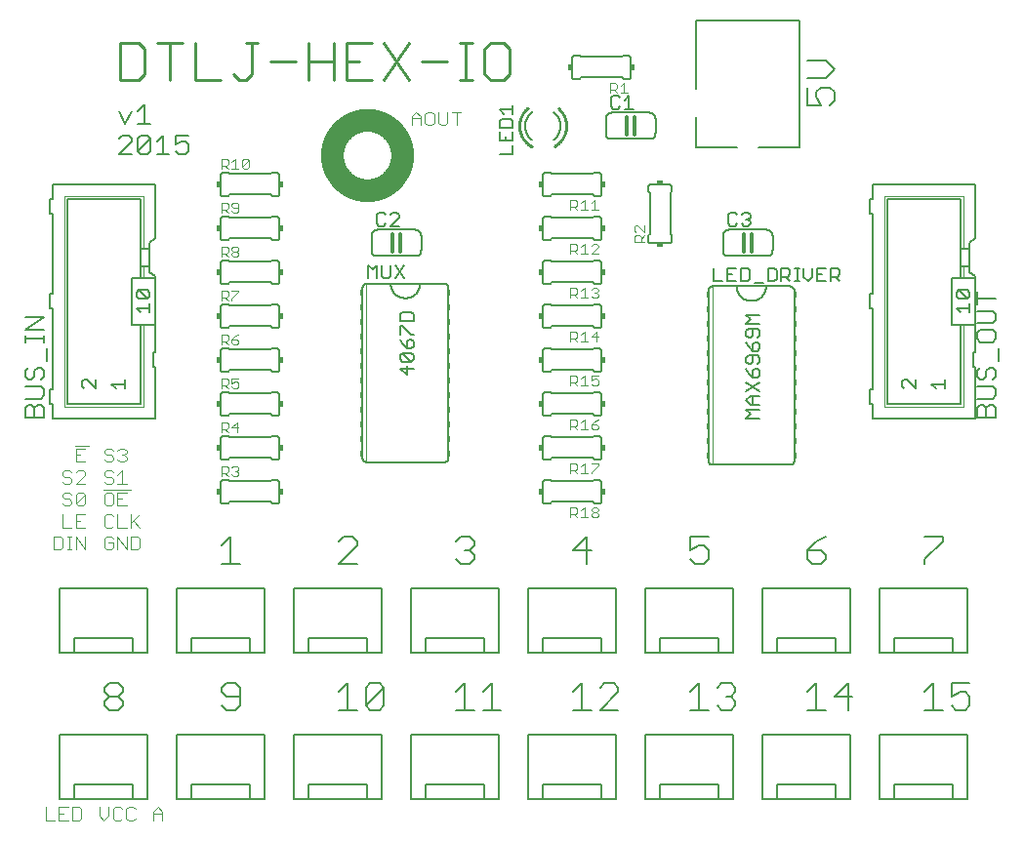
<source format=gto>
G75*
%MOIN*%
%OFA0B0*%
%FSLAX25Y25*%
%IPPOS*%
%LPD*%
%AMOC8*
5,1,8,0,0,1.08239X$1,22.5*
%
%ADD10C,0.00800*%
%ADD11C,0.01100*%
%ADD12C,0.00600*%
%ADD13C,0.07600*%
%ADD14C,0.00400*%
%ADD15C,0.00500*%
%ADD16C,0.00200*%
%ADD17C,0.00700*%
%ADD18C,0.01200*%
%ADD19C,0.01000*%
%ADD20R,0.00500X0.02000*%
%ADD21R,0.01500X0.02000*%
%ADD22R,0.02000X0.01500*%
D10*
X0034135Y0051400D02*
X0032600Y0052935D01*
X0032600Y0054469D01*
X0034135Y0056004D01*
X0037204Y0056004D01*
X0038739Y0054469D01*
X0038739Y0052935D01*
X0037204Y0051400D01*
X0034135Y0051400D01*
X0034135Y0056004D02*
X0032600Y0057539D01*
X0032600Y0059073D01*
X0034135Y0060608D01*
X0037204Y0060608D01*
X0038739Y0059073D01*
X0038739Y0057539D01*
X0037204Y0056004D01*
X0072600Y0057539D02*
X0074135Y0056004D01*
X0078739Y0056004D01*
X0078739Y0052935D02*
X0078739Y0059073D01*
X0077204Y0060608D01*
X0074135Y0060608D01*
X0072600Y0059073D01*
X0072600Y0057539D01*
X0072600Y0052935D02*
X0074135Y0051400D01*
X0077204Y0051400D01*
X0078739Y0052935D01*
X0112600Y0051400D02*
X0118739Y0051400D01*
X0115669Y0051400D02*
X0115669Y0060608D01*
X0112600Y0057539D01*
X0121808Y0059073D02*
X0121808Y0052935D01*
X0127946Y0059073D01*
X0127946Y0052935D01*
X0126412Y0051400D01*
X0123342Y0051400D01*
X0121808Y0052935D01*
X0121808Y0059073D02*
X0123342Y0060608D01*
X0126412Y0060608D01*
X0127946Y0059073D01*
X0152600Y0057539D02*
X0155669Y0060608D01*
X0155669Y0051400D01*
X0152600Y0051400D02*
X0158739Y0051400D01*
X0161808Y0051400D02*
X0167946Y0051400D01*
X0164877Y0051400D02*
X0164877Y0060608D01*
X0161808Y0057539D01*
X0192600Y0057539D02*
X0195669Y0060608D01*
X0195669Y0051400D01*
X0192600Y0051400D02*
X0198739Y0051400D01*
X0201808Y0051400D02*
X0207946Y0057539D01*
X0207946Y0059073D01*
X0206412Y0060608D01*
X0203342Y0060608D01*
X0201808Y0059073D01*
X0201808Y0051400D02*
X0207946Y0051400D01*
X0232600Y0051400D02*
X0238739Y0051400D01*
X0235669Y0051400D02*
X0235669Y0060608D01*
X0232600Y0057539D01*
X0241808Y0059073D02*
X0243342Y0060608D01*
X0246412Y0060608D01*
X0247946Y0059073D01*
X0247946Y0057539D01*
X0246412Y0056004D01*
X0247946Y0054469D01*
X0247946Y0052935D01*
X0246412Y0051400D01*
X0243342Y0051400D01*
X0241808Y0052935D01*
X0244877Y0056004D02*
X0246412Y0056004D01*
X0272600Y0057539D02*
X0275669Y0060608D01*
X0275669Y0051400D01*
X0272600Y0051400D02*
X0278739Y0051400D01*
X0281808Y0056004D02*
X0287946Y0056004D01*
X0286412Y0060608D02*
X0281808Y0056004D01*
X0286412Y0051400D02*
X0286412Y0060608D01*
X0312600Y0057539D02*
X0315669Y0060608D01*
X0315669Y0051400D01*
X0312600Y0051400D02*
X0318739Y0051400D01*
X0321808Y0052935D02*
X0323342Y0051400D01*
X0326412Y0051400D01*
X0327946Y0052935D01*
X0327946Y0056004D01*
X0326412Y0057539D01*
X0324877Y0057539D01*
X0321808Y0056004D01*
X0321808Y0060608D01*
X0327946Y0060608D01*
X0312600Y0101400D02*
X0312600Y0102935D01*
X0318739Y0109073D01*
X0318739Y0110608D01*
X0312600Y0110608D01*
X0278739Y0110608D02*
X0275669Y0109073D01*
X0272600Y0106004D01*
X0277204Y0106004D01*
X0278739Y0104469D01*
X0278739Y0102935D01*
X0277204Y0101400D01*
X0274135Y0101400D01*
X0272600Y0102935D01*
X0272600Y0106004D01*
X0238739Y0106004D02*
X0238739Y0102935D01*
X0237204Y0101400D01*
X0234135Y0101400D01*
X0232600Y0102935D01*
X0232600Y0106004D02*
X0235669Y0107539D01*
X0237204Y0107539D01*
X0238739Y0106004D01*
X0238739Y0110608D02*
X0232600Y0110608D01*
X0232600Y0106004D01*
X0198739Y0106004D02*
X0192600Y0106004D01*
X0197204Y0110608D01*
X0197204Y0101400D01*
X0158739Y0102935D02*
X0157204Y0101400D01*
X0154135Y0101400D01*
X0152600Y0102935D01*
X0155669Y0106004D02*
X0157204Y0106004D01*
X0158739Y0104469D01*
X0158739Y0102935D01*
X0157204Y0106004D02*
X0158739Y0107539D01*
X0158739Y0109073D01*
X0157204Y0110608D01*
X0154135Y0110608D01*
X0152600Y0109073D01*
X0118739Y0109073D02*
X0117204Y0110608D01*
X0114135Y0110608D01*
X0112600Y0109073D01*
X0118739Y0109073D02*
X0118739Y0107539D01*
X0112600Y0101400D01*
X0118739Y0101400D01*
X0078739Y0101400D02*
X0072600Y0101400D01*
X0075669Y0101400D02*
X0075669Y0110608D01*
X0072600Y0107539D01*
X0234483Y0243520D02*
X0234483Y0254150D01*
X0234483Y0263598D02*
X0234483Y0286827D01*
X0269917Y0286827D01*
X0269917Y0243520D01*
X0255743Y0243520D01*
X0248657Y0243520D02*
X0234483Y0243520D01*
X0272592Y0257984D02*
X0277196Y0257984D01*
X0275661Y0261054D01*
X0275661Y0262588D01*
X0277196Y0264123D01*
X0280265Y0264123D01*
X0281800Y0262588D01*
X0281800Y0259519D01*
X0280265Y0257984D01*
X0272592Y0257984D02*
X0272592Y0264123D01*
X0272592Y0267192D02*
X0278731Y0267192D01*
X0281800Y0270261D01*
X0278731Y0273331D01*
X0272592Y0273331D01*
D11*
X0170970Y0277309D02*
X0170970Y0268702D01*
X0168819Y0266550D01*
X0164515Y0266550D01*
X0162363Y0268702D01*
X0162363Y0277309D01*
X0164515Y0279461D01*
X0168819Y0279461D01*
X0170970Y0277309D01*
X0158073Y0279461D02*
X0153769Y0279461D01*
X0155921Y0279461D02*
X0155921Y0266550D01*
X0153769Y0266550D02*
X0158073Y0266550D01*
X0149485Y0273006D02*
X0140878Y0273006D01*
X0136594Y0279461D02*
X0127987Y0266550D01*
X0123703Y0266550D02*
X0115096Y0266550D01*
X0115096Y0279461D01*
X0123703Y0279461D01*
X0127987Y0279461D02*
X0136594Y0266550D01*
X0119400Y0273006D02*
X0115096Y0273006D01*
X0110812Y0273006D02*
X0102205Y0273006D01*
X0097921Y0273006D02*
X0089314Y0273006D01*
X0082879Y0268702D02*
X0080727Y0266550D01*
X0078575Y0266550D01*
X0076423Y0268702D01*
X0072139Y0266550D02*
X0063532Y0266550D01*
X0063532Y0279461D01*
X0059248Y0279461D02*
X0050641Y0279461D01*
X0054945Y0279461D02*
X0054945Y0266550D01*
X0046357Y0268702D02*
X0046357Y0277309D01*
X0044206Y0279461D01*
X0037750Y0279461D01*
X0037750Y0266550D01*
X0044206Y0266550D01*
X0046357Y0268702D01*
X0080727Y0279461D02*
X0085030Y0279461D01*
X0082879Y0279461D02*
X0082879Y0268702D01*
X0102205Y0266550D02*
X0102205Y0279461D01*
X0110812Y0279461D02*
X0110812Y0266550D01*
D12*
X0091200Y0235000D02*
X0089700Y0235000D01*
X0089200Y0234500D01*
X0075200Y0234500D01*
X0074700Y0235000D01*
X0073200Y0235000D01*
X0073140Y0234998D01*
X0073079Y0234993D01*
X0073020Y0234984D01*
X0072961Y0234971D01*
X0072902Y0234955D01*
X0072845Y0234935D01*
X0072790Y0234912D01*
X0072735Y0234885D01*
X0072683Y0234856D01*
X0072632Y0234823D01*
X0072583Y0234787D01*
X0072537Y0234749D01*
X0072493Y0234707D01*
X0072451Y0234663D01*
X0072413Y0234617D01*
X0072377Y0234568D01*
X0072344Y0234517D01*
X0072315Y0234465D01*
X0072288Y0234410D01*
X0072265Y0234355D01*
X0072245Y0234298D01*
X0072229Y0234239D01*
X0072216Y0234180D01*
X0072207Y0234121D01*
X0072202Y0234060D01*
X0072200Y0234000D01*
X0072200Y0228000D01*
X0072202Y0227940D01*
X0072207Y0227879D01*
X0072216Y0227820D01*
X0072229Y0227761D01*
X0072245Y0227702D01*
X0072265Y0227645D01*
X0072288Y0227590D01*
X0072315Y0227535D01*
X0072344Y0227483D01*
X0072377Y0227432D01*
X0072413Y0227383D01*
X0072451Y0227337D01*
X0072493Y0227293D01*
X0072537Y0227251D01*
X0072583Y0227213D01*
X0072632Y0227177D01*
X0072683Y0227144D01*
X0072735Y0227115D01*
X0072790Y0227088D01*
X0072845Y0227065D01*
X0072902Y0227045D01*
X0072961Y0227029D01*
X0073020Y0227016D01*
X0073079Y0227007D01*
X0073140Y0227002D01*
X0073200Y0227000D01*
X0074700Y0227000D01*
X0075200Y0227500D01*
X0089200Y0227500D01*
X0089700Y0227000D01*
X0091200Y0227000D01*
X0091260Y0227002D01*
X0091321Y0227007D01*
X0091380Y0227016D01*
X0091439Y0227029D01*
X0091498Y0227045D01*
X0091555Y0227065D01*
X0091610Y0227088D01*
X0091665Y0227115D01*
X0091717Y0227144D01*
X0091768Y0227177D01*
X0091817Y0227213D01*
X0091863Y0227251D01*
X0091907Y0227293D01*
X0091949Y0227337D01*
X0091987Y0227383D01*
X0092023Y0227432D01*
X0092056Y0227483D01*
X0092085Y0227535D01*
X0092112Y0227590D01*
X0092135Y0227645D01*
X0092155Y0227702D01*
X0092171Y0227761D01*
X0092184Y0227820D01*
X0092193Y0227879D01*
X0092198Y0227940D01*
X0092200Y0228000D01*
X0092200Y0234000D01*
X0092198Y0234060D01*
X0092193Y0234121D01*
X0092184Y0234180D01*
X0092171Y0234239D01*
X0092155Y0234298D01*
X0092135Y0234355D01*
X0092112Y0234410D01*
X0092085Y0234465D01*
X0092056Y0234517D01*
X0092023Y0234568D01*
X0091987Y0234617D01*
X0091949Y0234663D01*
X0091907Y0234707D01*
X0091863Y0234749D01*
X0091817Y0234787D01*
X0091768Y0234823D01*
X0091717Y0234856D01*
X0091665Y0234885D01*
X0091610Y0234912D01*
X0091555Y0234935D01*
X0091498Y0234955D01*
X0091439Y0234971D01*
X0091380Y0234984D01*
X0091321Y0234993D01*
X0091260Y0234998D01*
X0091200Y0235000D01*
X0091200Y0220000D02*
X0089700Y0220000D01*
X0089200Y0219500D01*
X0075200Y0219500D01*
X0074700Y0220000D01*
X0073200Y0220000D01*
X0073140Y0219998D01*
X0073079Y0219993D01*
X0073020Y0219984D01*
X0072961Y0219971D01*
X0072902Y0219955D01*
X0072845Y0219935D01*
X0072790Y0219912D01*
X0072735Y0219885D01*
X0072683Y0219856D01*
X0072632Y0219823D01*
X0072583Y0219787D01*
X0072537Y0219749D01*
X0072493Y0219707D01*
X0072451Y0219663D01*
X0072413Y0219617D01*
X0072377Y0219568D01*
X0072344Y0219517D01*
X0072315Y0219465D01*
X0072288Y0219410D01*
X0072265Y0219355D01*
X0072245Y0219298D01*
X0072229Y0219239D01*
X0072216Y0219180D01*
X0072207Y0219121D01*
X0072202Y0219060D01*
X0072200Y0219000D01*
X0072200Y0213000D01*
X0072202Y0212940D01*
X0072207Y0212879D01*
X0072216Y0212820D01*
X0072229Y0212761D01*
X0072245Y0212702D01*
X0072265Y0212645D01*
X0072288Y0212590D01*
X0072315Y0212535D01*
X0072344Y0212483D01*
X0072377Y0212432D01*
X0072413Y0212383D01*
X0072451Y0212337D01*
X0072493Y0212293D01*
X0072537Y0212251D01*
X0072583Y0212213D01*
X0072632Y0212177D01*
X0072683Y0212144D01*
X0072735Y0212115D01*
X0072790Y0212088D01*
X0072845Y0212065D01*
X0072902Y0212045D01*
X0072961Y0212029D01*
X0073020Y0212016D01*
X0073079Y0212007D01*
X0073140Y0212002D01*
X0073200Y0212000D01*
X0074700Y0212000D01*
X0075200Y0212500D01*
X0089200Y0212500D01*
X0089700Y0212000D01*
X0091200Y0212000D01*
X0091260Y0212002D01*
X0091321Y0212007D01*
X0091380Y0212016D01*
X0091439Y0212029D01*
X0091498Y0212045D01*
X0091555Y0212065D01*
X0091610Y0212088D01*
X0091665Y0212115D01*
X0091717Y0212144D01*
X0091768Y0212177D01*
X0091817Y0212213D01*
X0091863Y0212251D01*
X0091907Y0212293D01*
X0091949Y0212337D01*
X0091987Y0212383D01*
X0092023Y0212432D01*
X0092056Y0212483D01*
X0092085Y0212535D01*
X0092112Y0212590D01*
X0092135Y0212645D01*
X0092155Y0212702D01*
X0092171Y0212761D01*
X0092184Y0212820D01*
X0092193Y0212879D01*
X0092198Y0212940D01*
X0092200Y0213000D01*
X0092200Y0219000D01*
X0092198Y0219060D01*
X0092193Y0219121D01*
X0092184Y0219180D01*
X0092171Y0219239D01*
X0092155Y0219298D01*
X0092135Y0219355D01*
X0092112Y0219410D01*
X0092085Y0219465D01*
X0092056Y0219517D01*
X0092023Y0219568D01*
X0091987Y0219617D01*
X0091949Y0219663D01*
X0091907Y0219707D01*
X0091863Y0219749D01*
X0091817Y0219787D01*
X0091768Y0219823D01*
X0091717Y0219856D01*
X0091665Y0219885D01*
X0091610Y0219912D01*
X0091555Y0219935D01*
X0091498Y0219955D01*
X0091439Y0219971D01*
X0091380Y0219984D01*
X0091321Y0219993D01*
X0091260Y0219998D01*
X0091200Y0220000D01*
X0091200Y0205000D02*
X0089700Y0205000D01*
X0089200Y0204500D01*
X0075200Y0204500D01*
X0074700Y0205000D01*
X0073200Y0205000D01*
X0073140Y0204998D01*
X0073079Y0204993D01*
X0073020Y0204984D01*
X0072961Y0204971D01*
X0072902Y0204955D01*
X0072845Y0204935D01*
X0072790Y0204912D01*
X0072735Y0204885D01*
X0072683Y0204856D01*
X0072632Y0204823D01*
X0072583Y0204787D01*
X0072537Y0204749D01*
X0072493Y0204707D01*
X0072451Y0204663D01*
X0072413Y0204617D01*
X0072377Y0204568D01*
X0072344Y0204517D01*
X0072315Y0204465D01*
X0072288Y0204410D01*
X0072265Y0204355D01*
X0072245Y0204298D01*
X0072229Y0204239D01*
X0072216Y0204180D01*
X0072207Y0204121D01*
X0072202Y0204060D01*
X0072200Y0204000D01*
X0072200Y0198000D01*
X0072202Y0197940D01*
X0072207Y0197879D01*
X0072216Y0197820D01*
X0072229Y0197761D01*
X0072245Y0197702D01*
X0072265Y0197645D01*
X0072288Y0197590D01*
X0072315Y0197535D01*
X0072344Y0197483D01*
X0072377Y0197432D01*
X0072413Y0197383D01*
X0072451Y0197337D01*
X0072493Y0197293D01*
X0072537Y0197251D01*
X0072583Y0197213D01*
X0072632Y0197177D01*
X0072683Y0197144D01*
X0072735Y0197115D01*
X0072790Y0197088D01*
X0072845Y0197065D01*
X0072902Y0197045D01*
X0072961Y0197029D01*
X0073020Y0197016D01*
X0073079Y0197007D01*
X0073140Y0197002D01*
X0073200Y0197000D01*
X0074700Y0197000D01*
X0075200Y0197500D01*
X0089200Y0197500D01*
X0089700Y0197000D01*
X0091200Y0197000D01*
X0091260Y0197002D01*
X0091321Y0197007D01*
X0091380Y0197016D01*
X0091439Y0197029D01*
X0091498Y0197045D01*
X0091555Y0197065D01*
X0091610Y0197088D01*
X0091665Y0197115D01*
X0091717Y0197144D01*
X0091768Y0197177D01*
X0091817Y0197213D01*
X0091863Y0197251D01*
X0091907Y0197293D01*
X0091949Y0197337D01*
X0091987Y0197383D01*
X0092023Y0197432D01*
X0092056Y0197483D01*
X0092085Y0197535D01*
X0092112Y0197590D01*
X0092135Y0197645D01*
X0092155Y0197702D01*
X0092171Y0197761D01*
X0092184Y0197820D01*
X0092193Y0197879D01*
X0092198Y0197940D01*
X0092200Y0198000D01*
X0092200Y0204000D01*
X0092198Y0204060D01*
X0092193Y0204121D01*
X0092184Y0204180D01*
X0092171Y0204239D01*
X0092155Y0204298D01*
X0092135Y0204355D01*
X0092112Y0204410D01*
X0092085Y0204465D01*
X0092056Y0204517D01*
X0092023Y0204568D01*
X0091987Y0204617D01*
X0091949Y0204663D01*
X0091907Y0204707D01*
X0091863Y0204749D01*
X0091817Y0204787D01*
X0091768Y0204823D01*
X0091717Y0204856D01*
X0091665Y0204885D01*
X0091610Y0204912D01*
X0091555Y0204935D01*
X0091498Y0204955D01*
X0091439Y0204971D01*
X0091380Y0204984D01*
X0091321Y0204993D01*
X0091260Y0204998D01*
X0091200Y0205000D01*
X0091200Y0190000D02*
X0089700Y0190000D01*
X0089200Y0189500D01*
X0075200Y0189500D01*
X0074700Y0190000D01*
X0073200Y0190000D01*
X0073140Y0189998D01*
X0073079Y0189993D01*
X0073020Y0189984D01*
X0072961Y0189971D01*
X0072902Y0189955D01*
X0072845Y0189935D01*
X0072790Y0189912D01*
X0072735Y0189885D01*
X0072683Y0189856D01*
X0072632Y0189823D01*
X0072583Y0189787D01*
X0072537Y0189749D01*
X0072493Y0189707D01*
X0072451Y0189663D01*
X0072413Y0189617D01*
X0072377Y0189568D01*
X0072344Y0189517D01*
X0072315Y0189465D01*
X0072288Y0189410D01*
X0072265Y0189355D01*
X0072245Y0189298D01*
X0072229Y0189239D01*
X0072216Y0189180D01*
X0072207Y0189121D01*
X0072202Y0189060D01*
X0072200Y0189000D01*
X0072200Y0183000D01*
X0072202Y0182940D01*
X0072207Y0182879D01*
X0072216Y0182820D01*
X0072229Y0182761D01*
X0072245Y0182702D01*
X0072265Y0182645D01*
X0072288Y0182590D01*
X0072315Y0182535D01*
X0072344Y0182483D01*
X0072377Y0182432D01*
X0072413Y0182383D01*
X0072451Y0182337D01*
X0072493Y0182293D01*
X0072537Y0182251D01*
X0072583Y0182213D01*
X0072632Y0182177D01*
X0072683Y0182144D01*
X0072735Y0182115D01*
X0072790Y0182088D01*
X0072845Y0182065D01*
X0072902Y0182045D01*
X0072961Y0182029D01*
X0073020Y0182016D01*
X0073079Y0182007D01*
X0073140Y0182002D01*
X0073200Y0182000D01*
X0074700Y0182000D01*
X0075200Y0182500D01*
X0089200Y0182500D01*
X0089700Y0182000D01*
X0091200Y0182000D01*
X0091260Y0182002D01*
X0091321Y0182007D01*
X0091380Y0182016D01*
X0091439Y0182029D01*
X0091498Y0182045D01*
X0091555Y0182065D01*
X0091610Y0182088D01*
X0091665Y0182115D01*
X0091717Y0182144D01*
X0091768Y0182177D01*
X0091817Y0182213D01*
X0091863Y0182251D01*
X0091907Y0182293D01*
X0091949Y0182337D01*
X0091987Y0182383D01*
X0092023Y0182432D01*
X0092056Y0182483D01*
X0092085Y0182535D01*
X0092112Y0182590D01*
X0092135Y0182645D01*
X0092155Y0182702D01*
X0092171Y0182761D01*
X0092184Y0182820D01*
X0092193Y0182879D01*
X0092198Y0182940D01*
X0092200Y0183000D01*
X0092200Y0189000D01*
X0092198Y0189060D01*
X0092193Y0189121D01*
X0092184Y0189180D01*
X0092171Y0189239D01*
X0092155Y0189298D01*
X0092135Y0189355D01*
X0092112Y0189410D01*
X0092085Y0189465D01*
X0092056Y0189517D01*
X0092023Y0189568D01*
X0091987Y0189617D01*
X0091949Y0189663D01*
X0091907Y0189707D01*
X0091863Y0189749D01*
X0091817Y0189787D01*
X0091768Y0189823D01*
X0091717Y0189856D01*
X0091665Y0189885D01*
X0091610Y0189912D01*
X0091555Y0189935D01*
X0091498Y0189955D01*
X0091439Y0189971D01*
X0091380Y0189984D01*
X0091321Y0189993D01*
X0091260Y0189998D01*
X0091200Y0190000D01*
X0091200Y0175000D02*
X0089700Y0175000D01*
X0089200Y0174500D01*
X0075200Y0174500D01*
X0074700Y0175000D01*
X0073200Y0175000D01*
X0073140Y0174998D01*
X0073079Y0174993D01*
X0073020Y0174984D01*
X0072961Y0174971D01*
X0072902Y0174955D01*
X0072845Y0174935D01*
X0072790Y0174912D01*
X0072735Y0174885D01*
X0072683Y0174856D01*
X0072632Y0174823D01*
X0072583Y0174787D01*
X0072537Y0174749D01*
X0072493Y0174707D01*
X0072451Y0174663D01*
X0072413Y0174617D01*
X0072377Y0174568D01*
X0072344Y0174517D01*
X0072315Y0174465D01*
X0072288Y0174410D01*
X0072265Y0174355D01*
X0072245Y0174298D01*
X0072229Y0174239D01*
X0072216Y0174180D01*
X0072207Y0174121D01*
X0072202Y0174060D01*
X0072200Y0174000D01*
X0072200Y0168000D01*
X0072202Y0167940D01*
X0072207Y0167879D01*
X0072216Y0167820D01*
X0072229Y0167761D01*
X0072245Y0167702D01*
X0072265Y0167645D01*
X0072288Y0167590D01*
X0072315Y0167535D01*
X0072344Y0167483D01*
X0072377Y0167432D01*
X0072413Y0167383D01*
X0072451Y0167337D01*
X0072493Y0167293D01*
X0072537Y0167251D01*
X0072583Y0167213D01*
X0072632Y0167177D01*
X0072683Y0167144D01*
X0072735Y0167115D01*
X0072790Y0167088D01*
X0072845Y0167065D01*
X0072902Y0167045D01*
X0072961Y0167029D01*
X0073020Y0167016D01*
X0073079Y0167007D01*
X0073140Y0167002D01*
X0073200Y0167000D01*
X0074700Y0167000D01*
X0075200Y0167500D01*
X0089200Y0167500D01*
X0089700Y0167000D01*
X0091200Y0167000D01*
X0091260Y0167002D01*
X0091321Y0167007D01*
X0091380Y0167016D01*
X0091439Y0167029D01*
X0091498Y0167045D01*
X0091555Y0167065D01*
X0091610Y0167088D01*
X0091665Y0167115D01*
X0091717Y0167144D01*
X0091768Y0167177D01*
X0091817Y0167213D01*
X0091863Y0167251D01*
X0091907Y0167293D01*
X0091949Y0167337D01*
X0091987Y0167383D01*
X0092023Y0167432D01*
X0092056Y0167483D01*
X0092085Y0167535D01*
X0092112Y0167590D01*
X0092135Y0167645D01*
X0092155Y0167702D01*
X0092171Y0167761D01*
X0092184Y0167820D01*
X0092193Y0167879D01*
X0092198Y0167940D01*
X0092200Y0168000D01*
X0092200Y0174000D01*
X0092198Y0174060D01*
X0092193Y0174121D01*
X0092184Y0174180D01*
X0092171Y0174239D01*
X0092155Y0174298D01*
X0092135Y0174355D01*
X0092112Y0174410D01*
X0092085Y0174465D01*
X0092056Y0174517D01*
X0092023Y0174568D01*
X0091987Y0174617D01*
X0091949Y0174663D01*
X0091907Y0174707D01*
X0091863Y0174749D01*
X0091817Y0174787D01*
X0091768Y0174823D01*
X0091717Y0174856D01*
X0091665Y0174885D01*
X0091610Y0174912D01*
X0091555Y0174935D01*
X0091498Y0174955D01*
X0091439Y0174971D01*
X0091380Y0174984D01*
X0091321Y0174993D01*
X0091260Y0174998D01*
X0091200Y0175000D01*
X0091200Y0160000D02*
X0089700Y0160000D01*
X0089200Y0159500D01*
X0075200Y0159500D01*
X0074700Y0160000D01*
X0073200Y0160000D01*
X0073140Y0159998D01*
X0073079Y0159993D01*
X0073020Y0159984D01*
X0072961Y0159971D01*
X0072902Y0159955D01*
X0072845Y0159935D01*
X0072790Y0159912D01*
X0072735Y0159885D01*
X0072683Y0159856D01*
X0072632Y0159823D01*
X0072583Y0159787D01*
X0072537Y0159749D01*
X0072493Y0159707D01*
X0072451Y0159663D01*
X0072413Y0159617D01*
X0072377Y0159568D01*
X0072344Y0159517D01*
X0072315Y0159465D01*
X0072288Y0159410D01*
X0072265Y0159355D01*
X0072245Y0159298D01*
X0072229Y0159239D01*
X0072216Y0159180D01*
X0072207Y0159121D01*
X0072202Y0159060D01*
X0072200Y0159000D01*
X0072200Y0153000D01*
X0072202Y0152940D01*
X0072207Y0152879D01*
X0072216Y0152820D01*
X0072229Y0152761D01*
X0072245Y0152702D01*
X0072265Y0152645D01*
X0072288Y0152590D01*
X0072315Y0152535D01*
X0072344Y0152483D01*
X0072377Y0152432D01*
X0072413Y0152383D01*
X0072451Y0152337D01*
X0072493Y0152293D01*
X0072537Y0152251D01*
X0072583Y0152213D01*
X0072632Y0152177D01*
X0072683Y0152144D01*
X0072735Y0152115D01*
X0072790Y0152088D01*
X0072845Y0152065D01*
X0072902Y0152045D01*
X0072961Y0152029D01*
X0073020Y0152016D01*
X0073079Y0152007D01*
X0073140Y0152002D01*
X0073200Y0152000D01*
X0074700Y0152000D01*
X0075200Y0152500D01*
X0089200Y0152500D01*
X0089700Y0152000D01*
X0091200Y0152000D01*
X0091260Y0152002D01*
X0091321Y0152007D01*
X0091380Y0152016D01*
X0091439Y0152029D01*
X0091498Y0152045D01*
X0091555Y0152065D01*
X0091610Y0152088D01*
X0091665Y0152115D01*
X0091717Y0152144D01*
X0091768Y0152177D01*
X0091817Y0152213D01*
X0091863Y0152251D01*
X0091907Y0152293D01*
X0091949Y0152337D01*
X0091987Y0152383D01*
X0092023Y0152432D01*
X0092056Y0152483D01*
X0092085Y0152535D01*
X0092112Y0152590D01*
X0092135Y0152645D01*
X0092155Y0152702D01*
X0092171Y0152761D01*
X0092184Y0152820D01*
X0092193Y0152879D01*
X0092198Y0152940D01*
X0092200Y0153000D01*
X0092200Y0159000D01*
X0092198Y0159060D01*
X0092193Y0159121D01*
X0092184Y0159180D01*
X0092171Y0159239D01*
X0092155Y0159298D01*
X0092135Y0159355D01*
X0092112Y0159410D01*
X0092085Y0159465D01*
X0092056Y0159517D01*
X0092023Y0159568D01*
X0091987Y0159617D01*
X0091949Y0159663D01*
X0091907Y0159707D01*
X0091863Y0159749D01*
X0091817Y0159787D01*
X0091768Y0159823D01*
X0091717Y0159856D01*
X0091665Y0159885D01*
X0091610Y0159912D01*
X0091555Y0159935D01*
X0091498Y0159955D01*
X0091439Y0159971D01*
X0091380Y0159984D01*
X0091321Y0159993D01*
X0091260Y0159998D01*
X0091200Y0160000D01*
X0091200Y0145000D02*
X0089700Y0145000D01*
X0089200Y0144500D01*
X0075200Y0144500D01*
X0074700Y0145000D01*
X0073200Y0145000D01*
X0073140Y0144998D01*
X0073079Y0144993D01*
X0073020Y0144984D01*
X0072961Y0144971D01*
X0072902Y0144955D01*
X0072845Y0144935D01*
X0072790Y0144912D01*
X0072735Y0144885D01*
X0072683Y0144856D01*
X0072632Y0144823D01*
X0072583Y0144787D01*
X0072537Y0144749D01*
X0072493Y0144707D01*
X0072451Y0144663D01*
X0072413Y0144617D01*
X0072377Y0144568D01*
X0072344Y0144517D01*
X0072315Y0144465D01*
X0072288Y0144410D01*
X0072265Y0144355D01*
X0072245Y0144298D01*
X0072229Y0144239D01*
X0072216Y0144180D01*
X0072207Y0144121D01*
X0072202Y0144060D01*
X0072200Y0144000D01*
X0072200Y0138000D01*
X0072202Y0137940D01*
X0072207Y0137879D01*
X0072216Y0137820D01*
X0072229Y0137761D01*
X0072245Y0137702D01*
X0072265Y0137645D01*
X0072288Y0137590D01*
X0072315Y0137535D01*
X0072344Y0137483D01*
X0072377Y0137432D01*
X0072413Y0137383D01*
X0072451Y0137337D01*
X0072493Y0137293D01*
X0072537Y0137251D01*
X0072583Y0137213D01*
X0072632Y0137177D01*
X0072683Y0137144D01*
X0072735Y0137115D01*
X0072790Y0137088D01*
X0072845Y0137065D01*
X0072902Y0137045D01*
X0072961Y0137029D01*
X0073020Y0137016D01*
X0073079Y0137007D01*
X0073140Y0137002D01*
X0073200Y0137000D01*
X0074700Y0137000D01*
X0075200Y0137500D01*
X0089200Y0137500D01*
X0089700Y0137000D01*
X0091200Y0137000D01*
X0091260Y0137002D01*
X0091321Y0137007D01*
X0091380Y0137016D01*
X0091439Y0137029D01*
X0091498Y0137045D01*
X0091555Y0137065D01*
X0091610Y0137088D01*
X0091665Y0137115D01*
X0091717Y0137144D01*
X0091768Y0137177D01*
X0091817Y0137213D01*
X0091863Y0137251D01*
X0091907Y0137293D01*
X0091949Y0137337D01*
X0091987Y0137383D01*
X0092023Y0137432D01*
X0092056Y0137483D01*
X0092085Y0137535D01*
X0092112Y0137590D01*
X0092135Y0137645D01*
X0092155Y0137702D01*
X0092171Y0137761D01*
X0092184Y0137820D01*
X0092193Y0137879D01*
X0092198Y0137940D01*
X0092200Y0138000D01*
X0092200Y0144000D01*
X0092198Y0144060D01*
X0092193Y0144121D01*
X0092184Y0144180D01*
X0092171Y0144239D01*
X0092155Y0144298D01*
X0092135Y0144355D01*
X0092112Y0144410D01*
X0092085Y0144465D01*
X0092056Y0144517D01*
X0092023Y0144568D01*
X0091987Y0144617D01*
X0091949Y0144663D01*
X0091907Y0144707D01*
X0091863Y0144749D01*
X0091817Y0144787D01*
X0091768Y0144823D01*
X0091717Y0144856D01*
X0091665Y0144885D01*
X0091610Y0144912D01*
X0091555Y0144935D01*
X0091498Y0144955D01*
X0091439Y0144971D01*
X0091380Y0144984D01*
X0091321Y0144993D01*
X0091260Y0144998D01*
X0091200Y0145000D01*
X0091200Y0130000D02*
X0089700Y0130000D01*
X0089200Y0129500D01*
X0075200Y0129500D01*
X0074700Y0130000D01*
X0073200Y0130000D01*
X0073140Y0129998D01*
X0073079Y0129993D01*
X0073020Y0129984D01*
X0072961Y0129971D01*
X0072902Y0129955D01*
X0072845Y0129935D01*
X0072790Y0129912D01*
X0072735Y0129885D01*
X0072683Y0129856D01*
X0072632Y0129823D01*
X0072583Y0129787D01*
X0072537Y0129749D01*
X0072493Y0129707D01*
X0072451Y0129663D01*
X0072413Y0129617D01*
X0072377Y0129568D01*
X0072344Y0129517D01*
X0072315Y0129465D01*
X0072288Y0129410D01*
X0072265Y0129355D01*
X0072245Y0129298D01*
X0072229Y0129239D01*
X0072216Y0129180D01*
X0072207Y0129121D01*
X0072202Y0129060D01*
X0072200Y0129000D01*
X0072200Y0123000D01*
X0072202Y0122940D01*
X0072207Y0122879D01*
X0072216Y0122820D01*
X0072229Y0122761D01*
X0072245Y0122702D01*
X0072265Y0122645D01*
X0072288Y0122590D01*
X0072315Y0122535D01*
X0072344Y0122483D01*
X0072377Y0122432D01*
X0072413Y0122383D01*
X0072451Y0122337D01*
X0072493Y0122293D01*
X0072537Y0122251D01*
X0072583Y0122213D01*
X0072632Y0122177D01*
X0072683Y0122144D01*
X0072735Y0122115D01*
X0072790Y0122088D01*
X0072845Y0122065D01*
X0072902Y0122045D01*
X0072961Y0122029D01*
X0073020Y0122016D01*
X0073079Y0122007D01*
X0073140Y0122002D01*
X0073200Y0122000D01*
X0074700Y0122000D01*
X0075200Y0122500D01*
X0089200Y0122500D01*
X0089700Y0122000D01*
X0091200Y0122000D01*
X0091260Y0122002D01*
X0091321Y0122007D01*
X0091380Y0122016D01*
X0091439Y0122029D01*
X0091498Y0122045D01*
X0091555Y0122065D01*
X0091610Y0122088D01*
X0091665Y0122115D01*
X0091717Y0122144D01*
X0091768Y0122177D01*
X0091817Y0122213D01*
X0091863Y0122251D01*
X0091907Y0122293D01*
X0091949Y0122337D01*
X0091987Y0122383D01*
X0092023Y0122432D01*
X0092056Y0122483D01*
X0092085Y0122535D01*
X0092112Y0122590D01*
X0092135Y0122645D01*
X0092155Y0122702D01*
X0092171Y0122761D01*
X0092184Y0122820D01*
X0092193Y0122879D01*
X0092198Y0122940D01*
X0092200Y0123000D01*
X0092200Y0129000D01*
X0092198Y0129060D01*
X0092193Y0129121D01*
X0092184Y0129180D01*
X0092171Y0129239D01*
X0092155Y0129298D01*
X0092135Y0129355D01*
X0092112Y0129410D01*
X0092085Y0129465D01*
X0092056Y0129517D01*
X0092023Y0129568D01*
X0091987Y0129617D01*
X0091949Y0129663D01*
X0091907Y0129707D01*
X0091863Y0129749D01*
X0091817Y0129787D01*
X0091768Y0129823D01*
X0091717Y0129856D01*
X0091665Y0129885D01*
X0091610Y0129912D01*
X0091555Y0129935D01*
X0091498Y0129955D01*
X0091439Y0129971D01*
X0091380Y0129984D01*
X0091321Y0129993D01*
X0091260Y0129998D01*
X0091200Y0130000D01*
X0120610Y0137630D02*
X0120610Y0195630D01*
X0120612Y0195706D01*
X0120618Y0195782D01*
X0120627Y0195857D01*
X0120641Y0195932D01*
X0120658Y0196006D01*
X0120679Y0196079D01*
X0120703Y0196151D01*
X0120732Y0196222D01*
X0120763Y0196291D01*
X0120798Y0196358D01*
X0120837Y0196423D01*
X0120879Y0196487D01*
X0120924Y0196548D01*
X0120972Y0196607D01*
X0121023Y0196663D01*
X0121077Y0196717D01*
X0121133Y0196768D01*
X0121192Y0196816D01*
X0121253Y0196861D01*
X0121317Y0196903D01*
X0121382Y0196942D01*
X0121449Y0196977D01*
X0121518Y0197008D01*
X0121589Y0197037D01*
X0121661Y0197061D01*
X0121734Y0197082D01*
X0121808Y0197099D01*
X0121883Y0197113D01*
X0121958Y0197122D01*
X0122034Y0197128D01*
X0122110Y0197130D01*
X0130310Y0197130D01*
X0140310Y0197130D01*
X0148510Y0197130D01*
X0148586Y0197128D01*
X0148662Y0197122D01*
X0148737Y0197113D01*
X0148812Y0197099D01*
X0148886Y0197082D01*
X0148959Y0197061D01*
X0149031Y0197037D01*
X0149102Y0197008D01*
X0149171Y0196977D01*
X0149238Y0196942D01*
X0149303Y0196903D01*
X0149367Y0196861D01*
X0149428Y0196816D01*
X0149487Y0196768D01*
X0149543Y0196717D01*
X0149597Y0196663D01*
X0149648Y0196607D01*
X0149696Y0196548D01*
X0149741Y0196487D01*
X0149783Y0196423D01*
X0149822Y0196358D01*
X0149857Y0196291D01*
X0149888Y0196222D01*
X0149917Y0196151D01*
X0149941Y0196079D01*
X0149962Y0196006D01*
X0149979Y0195932D01*
X0149993Y0195857D01*
X0150002Y0195782D01*
X0150008Y0195706D01*
X0150010Y0195630D01*
X0150010Y0137630D01*
X0150008Y0137554D01*
X0150002Y0137478D01*
X0149993Y0137403D01*
X0149979Y0137328D01*
X0149962Y0137254D01*
X0149941Y0137181D01*
X0149917Y0137109D01*
X0149888Y0137038D01*
X0149857Y0136969D01*
X0149822Y0136902D01*
X0149783Y0136837D01*
X0149741Y0136773D01*
X0149696Y0136712D01*
X0149648Y0136653D01*
X0149597Y0136597D01*
X0149543Y0136543D01*
X0149487Y0136492D01*
X0149428Y0136444D01*
X0149367Y0136399D01*
X0149303Y0136357D01*
X0149238Y0136318D01*
X0149171Y0136283D01*
X0149102Y0136252D01*
X0149031Y0136223D01*
X0148959Y0136199D01*
X0148886Y0136178D01*
X0148812Y0136161D01*
X0148737Y0136147D01*
X0148662Y0136138D01*
X0148586Y0136132D01*
X0148510Y0136130D01*
X0122110Y0136130D01*
X0122034Y0136132D01*
X0121958Y0136138D01*
X0121883Y0136147D01*
X0121808Y0136161D01*
X0121734Y0136178D01*
X0121661Y0136199D01*
X0121589Y0136223D01*
X0121518Y0136252D01*
X0121449Y0136283D01*
X0121382Y0136318D01*
X0121317Y0136357D01*
X0121253Y0136399D01*
X0121192Y0136444D01*
X0121133Y0136492D01*
X0121077Y0136543D01*
X0121023Y0136597D01*
X0120972Y0136653D01*
X0120924Y0136712D01*
X0120879Y0136773D01*
X0120837Y0136837D01*
X0120798Y0136902D01*
X0120763Y0136969D01*
X0120732Y0137038D01*
X0120703Y0137109D01*
X0120679Y0137181D01*
X0120658Y0137254D01*
X0120641Y0137328D01*
X0120627Y0137403D01*
X0120618Y0137478D01*
X0120612Y0137554D01*
X0120610Y0137630D01*
X0182200Y0138000D02*
X0182200Y0144000D01*
X0182202Y0144060D01*
X0182207Y0144121D01*
X0182216Y0144180D01*
X0182229Y0144239D01*
X0182245Y0144298D01*
X0182265Y0144355D01*
X0182288Y0144410D01*
X0182315Y0144465D01*
X0182344Y0144517D01*
X0182377Y0144568D01*
X0182413Y0144617D01*
X0182451Y0144663D01*
X0182493Y0144707D01*
X0182537Y0144749D01*
X0182583Y0144787D01*
X0182632Y0144823D01*
X0182683Y0144856D01*
X0182735Y0144885D01*
X0182790Y0144912D01*
X0182845Y0144935D01*
X0182902Y0144955D01*
X0182961Y0144971D01*
X0183020Y0144984D01*
X0183079Y0144993D01*
X0183140Y0144998D01*
X0183200Y0145000D01*
X0184700Y0145000D01*
X0185200Y0144500D01*
X0199200Y0144500D01*
X0199700Y0145000D01*
X0201200Y0145000D01*
X0201260Y0144998D01*
X0201321Y0144993D01*
X0201380Y0144984D01*
X0201439Y0144971D01*
X0201498Y0144955D01*
X0201555Y0144935D01*
X0201610Y0144912D01*
X0201665Y0144885D01*
X0201717Y0144856D01*
X0201768Y0144823D01*
X0201817Y0144787D01*
X0201863Y0144749D01*
X0201907Y0144707D01*
X0201949Y0144663D01*
X0201987Y0144617D01*
X0202023Y0144568D01*
X0202056Y0144517D01*
X0202085Y0144465D01*
X0202112Y0144410D01*
X0202135Y0144355D01*
X0202155Y0144298D01*
X0202171Y0144239D01*
X0202184Y0144180D01*
X0202193Y0144121D01*
X0202198Y0144060D01*
X0202200Y0144000D01*
X0202200Y0138000D01*
X0202198Y0137940D01*
X0202193Y0137879D01*
X0202184Y0137820D01*
X0202171Y0137761D01*
X0202155Y0137702D01*
X0202135Y0137645D01*
X0202112Y0137590D01*
X0202085Y0137535D01*
X0202056Y0137483D01*
X0202023Y0137432D01*
X0201987Y0137383D01*
X0201949Y0137337D01*
X0201907Y0137293D01*
X0201863Y0137251D01*
X0201817Y0137213D01*
X0201768Y0137177D01*
X0201717Y0137144D01*
X0201665Y0137115D01*
X0201610Y0137088D01*
X0201555Y0137065D01*
X0201498Y0137045D01*
X0201439Y0137029D01*
X0201380Y0137016D01*
X0201321Y0137007D01*
X0201260Y0137002D01*
X0201200Y0137000D01*
X0199700Y0137000D01*
X0199200Y0137500D01*
X0185200Y0137500D01*
X0184700Y0137000D01*
X0183200Y0137000D01*
X0183140Y0137002D01*
X0183079Y0137007D01*
X0183020Y0137016D01*
X0182961Y0137029D01*
X0182902Y0137045D01*
X0182845Y0137065D01*
X0182790Y0137088D01*
X0182735Y0137115D01*
X0182683Y0137144D01*
X0182632Y0137177D01*
X0182583Y0137213D01*
X0182537Y0137251D01*
X0182493Y0137293D01*
X0182451Y0137337D01*
X0182413Y0137383D01*
X0182377Y0137432D01*
X0182344Y0137483D01*
X0182315Y0137535D01*
X0182288Y0137590D01*
X0182265Y0137645D01*
X0182245Y0137702D01*
X0182229Y0137761D01*
X0182216Y0137820D01*
X0182207Y0137879D01*
X0182202Y0137940D01*
X0182200Y0138000D01*
X0183200Y0130000D02*
X0184700Y0130000D01*
X0185200Y0129500D01*
X0199200Y0129500D01*
X0199700Y0130000D01*
X0201200Y0130000D01*
X0201260Y0129998D01*
X0201321Y0129993D01*
X0201380Y0129984D01*
X0201439Y0129971D01*
X0201498Y0129955D01*
X0201555Y0129935D01*
X0201610Y0129912D01*
X0201665Y0129885D01*
X0201717Y0129856D01*
X0201768Y0129823D01*
X0201817Y0129787D01*
X0201863Y0129749D01*
X0201907Y0129707D01*
X0201949Y0129663D01*
X0201987Y0129617D01*
X0202023Y0129568D01*
X0202056Y0129517D01*
X0202085Y0129465D01*
X0202112Y0129410D01*
X0202135Y0129355D01*
X0202155Y0129298D01*
X0202171Y0129239D01*
X0202184Y0129180D01*
X0202193Y0129121D01*
X0202198Y0129060D01*
X0202200Y0129000D01*
X0202200Y0123000D01*
X0202198Y0122940D01*
X0202193Y0122879D01*
X0202184Y0122820D01*
X0202171Y0122761D01*
X0202155Y0122702D01*
X0202135Y0122645D01*
X0202112Y0122590D01*
X0202085Y0122535D01*
X0202056Y0122483D01*
X0202023Y0122432D01*
X0201987Y0122383D01*
X0201949Y0122337D01*
X0201907Y0122293D01*
X0201863Y0122251D01*
X0201817Y0122213D01*
X0201768Y0122177D01*
X0201717Y0122144D01*
X0201665Y0122115D01*
X0201610Y0122088D01*
X0201555Y0122065D01*
X0201498Y0122045D01*
X0201439Y0122029D01*
X0201380Y0122016D01*
X0201321Y0122007D01*
X0201260Y0122002D01*
X0201200Y0122000D01*
X0199700Y0122000D01*
X0199200Y0122500D01*
X0185200Y0122500D01*
X0184700Y0122000D01*
X0183200Y0122000D01*
X0183140Y0122002D01*
X0183079Y0122007D01*
X0183020Y0122016D01*
X0182961Y0122029D01*
X0182902Y0122045D01*
X0182845Y0122065D01*
X0182790Y0122088D01*
X0182735Y0122115D01*
X0182683Y0122144D01*
X0182632Y0122177D01*
X0182583Y0122213D01*
X0182537Y0122251D01*
X0182493Y0122293D01*
X0182451Y0122337D01*
X0182413Y0122383D01*
X0182377Y0122432D01*
X0182344Y0122483D01*
X0182315Y0122535D01*
X0182288Y0122590D01*
X0182265Y0122645D01*
X0182245Y0122702D01*
X0182229Y0122761D01*
X0182216Y0122820D01*
X0182207Y0122879D01*
X0182202Y0122940D01*
X0182200Y0123000D01*
X0182200Y0129000D01*
X0182202Y0129060D01*
X0182207Y0129121D01*
X0182216Y0129180D01*
X0182229Y0129239D01*
X0182245Y0129298D01*
X0182265Y0129355D01*
X0182288Y0129410D01*
X0182315Y0129465D01*
X0182344Y0129517D01*
X0182377Y0129568D01*
X0182413Y0129617D01*
X0182451Y0129663D01*
X0182493Y0129707D01*
X0182537Y0129749D01*
X0182583Y0129787D01*
X0182632Y0129823D01*
X0182683Y0129856D01*
X0182735Y0129885D01*
X0182790Y0129912D01*
X0182845Y0129935D01*
X0182902Y0129955D01*
X0182961Y0129971D01*
X0183020Y0129984D01*
X0183079Y0129993D01*
X0183140Y0129998D01*
X0183200Y0130000D01*
X0183200Y0152000D02*
X0184700Y0152000D01*
X0185200Y0152500D01*
X0199200Y0152500D01*
X0199700Y0152000D01*
X0201200Y0152000D01*
X0201260Y0152002D01*
X0201321Y0152007D01*
X0201380Y0152016D01*
X0201439Y0152029D01*
X0201498Y0152045D01*
X0201555Y0152065D01*
X0201610Y0152088D01*
X0201665Y0152115D01*
X0201717Y0152144D01*
X0201768Y0152177D01*
X0201817Y0152213D01*
X0201863Y0152251D01*
X0201907Y0152293D01*
X0201949Y0152337D01*
X0201987Y0152383D01*
X0202023Y0152432D01*
X0202056Y0152483D01*
X0202085Y0152535D01*
X0202112Y0152590D01*
X0202135Y0152645D01*
X0202155Y0152702D01*
X0202171Y0152761D01*
X0202184Y0152820D01*
X0202193Y0152879D01*
X0202198Y0152940D01*
X0202200Y0153000D01*
X0202200Y0159000D01*
X0202198Y0159060D01*
X0202193Y0159121D01*
X0202184Y0159180D01*
X0202171Y0159239D01*
X0202155Y0159298D01*
X0202135Y0159355D01*
X0202112Y0159410D01*
X0202085Y0159465D01*
X0202056Y0159517D01*
X0202023Y0159568D01*
X0201987Y0159617D01*
X0201949Y0159663D01*
X0201907Y0159707D01*
X0201863Y0159749D01*
X0201817Y0159787D01*
X0201768Y0159823D01*
X0201717Y0159856D01*
X0201665Y0159885D01*
X0201610Y0159912D01*
X0201555Y0159935D01*
X0201498Y0159955D01*
X0201439Y0159971D01*
X0201380Y0159984D01*
X0201321Y0159993D01*
X0201260Y0159998D01*
X0201200Y0160000D01*
X0199700Y0160000D01*
X0199200Y0159500D01*
X0185200Y0159500D01*
X0184700Y0160000D01*
X0183200Y0160000D01*
X0183140Y0159998D01*
X0183079Y0159993D01*
X0183020Y0159984D01*
X0182961Y0159971D01*
X0182902Y0159955D01*
X0182845Y0159935D01*
X0182790Y0159912D01*
X0182735Y0159885D01*
X0182683Y0159856D01*
X0182632Y0159823D01*
X0182583Y0159787D01*
X0182537Y0159749D01*
X0182493Y0159707D01*
X0182451Y0159663D01*
X0182413Y0159617D01*
X0182377Y0159568D01*
X0182344Y0159517D01*
X0182315Y0159465D01*
X0182288Y0159410D01*
X0182265Y0159355D01*
X0182245Y0159298D01*
X0182229Y0159239D01*
X0182216Y0159180D01*
X0182207Y0159121D01*
X0182202Y0159060D01*
X0182200Y0159000D01*
X0182200Y0153000D01*
X0182202Y0152940D01*
X0182207Y0152879D01*
X0182216Y0152820D01*
X0182229Y0152761D01*
X0182245Y0152702D01*
X0182265Y0152645D01*
X0182288Y0152590D01*
X0182315Y0152535D01*
X0182344Y0152483D01*
X0182377Y0152432D01*
X0182413Y0152383D01*
X0182451Y0152337D01*
X0182493Y0152293D01*
X0182537Y0152251D01*
X0182583Y0152213D01*
X0182632Y0152177D01*
X0182683Y0152144D01*
X0182735Y0152115D01*
X0182790Y0152088D01*
X0182845Y0152065D01*
X0182902Y0152045D01*
X0182961Y0152029D01*
X0183020Y0152016D01*
X0183079Y0152007D01*
X0183140Y0152002D01*
X0183200Y0152000D01*
X0183200Y0167000D02*
X0184700Y0167000D01*
X0185200Y0167500D01*
X0199200Y0167500D01*
X0199700Y0167000D01*
X0201200Y0167000D01*
X0201260Y0167002D01*
X0201321Y0167007D01*
X0201380Y0167016D01*
X0201439Y0167029D01*
X0201498Y0167045D01*
X0201555Y0167065D01*
X0201610Y0167088D01*
X0201665Y0167115D01*
X0201717Y0167144D01*
X0201768Y0167177D01*
X0201817Y0167213D01*
X0201863Y0167251D01*
X0201907Y0167293D01*
X0201949Y0167337D01*
X0201987Y0167383D01*
X0202023Y0167432D01*
X0202056Y0167483D01*
X0202085Y0167535D01*
X0202112Y0167590D01*
X0202135Y0167645D01*
X0202155Y0167702D01*
X0202171Y0167761D01*
X0202184Y0167820D01*
X0202193Y0167879D01*
X0202198Y0167940D01*
X0202200Y0168000D01*
X0202200Y0174000D01*
X0202198Y0174060D01*
X0202193Y0174121D01*
X0202184Y0174180D01*
X0202171Y0174239D01*
X0202155Y0174298D01*
X0202135Y0174355D01*
X0202112Y0174410D01*
X0202085Y0174465D01*
X0202056Y0174517D01*
X0202023Y0174568D01*
X0201987Y0174617D01*
X0201949Y0174663D01*
X0201907Y0174707D01*
X0201863Y0174749D01*
X0201817Y0174787D01*
X0201768Y0174823D01*
X0201717Y0174856D01*
X0201665Y0174885D01*
X0201610Y0174912D01*
X0201555Y0174935D01*
X0201498Y0174955D01*
X0201439Y0174971D01*
X0201380Y0174984D01*
X0201321Y0174993D01*
X0201260Y0174998D01*
X0201200Y0175000D01*
X0199700Y0175000D01*
X0199200Y0174500D01*
X0185200Y0174500D01*
X0184700Y0175000D01*
X0183200Y0175000D01*
X0183140Y0174998D01*
X0183079Y0174993D01*
X0183020Y0174984D01*
X0182961Y0174971D01*
X0182902Y0174955D01*
X0182845Y0174935D01*
X0182790Y0174912D01*
X0182735Y0174885D01*
X0182683Y0174856D01*
X0182632Y0174823D01*
X0182583Y0174787D01*
X0182537Y0174749D01*
X0182493Y0174707D01*
X0182451Y0174663D01*
X0182413Y0174617D01*
X0182377Y0174568D01*
X0182344Y0174517D01*
X0182315Y0174465D01*
X0182288Y0174410D01*
X0182265Y0174355D01*
X0182245Y0174298D01*
X0182229Y0174239D01*
X0182216Y0174180D01*
X0182207Y0174121D01*
X0182202Y0174060D01*
X0182200Y0174000D01*
X0182200Y0168000D01*
X0182202Y0167940D01*
X0182207Y0167879D01*
X0182216Y0167820D01*
X0182229Y0167761D01*
X0182245Y0167702D01*
X0182265Y0167645D01*
X0182288Y0167590D01*
X0182315Y0167535D01*
X0182344Y0167483D01*
X0182377Y0167432D01*
X0182413Y0167383D01*
X0182451Y0167337D01*
X0182493Y0167293D01*
X0182537Y0167251D01*
X0182583Y0167213D01*
X0182632Y0167177D01*
X0182683Y0167144D01*
X0182735Y0167115D01*
X0182790Y0167088D01*
X0182845Y0167065D01*
X0182902Y0167045D01*
X0182961Y0167029D01*
X0183020Y0167016D01*
X0183079Y0167007D01*
X0183140Y0167002D01*
X0183200Y0167000D01*
X0183200Y0182000D02*
X0184700Y0182000D01*
X0185200Y0182500D01*
X0199200Y0182500D01*
X0199700Y0182000D01*
X0201200Y0182000D01*
X0201260Y0182002D01*
X0201321Y0182007D01*
X0201380Y0182016D01*
X0201439Y0182029D01*
X0201498Y0182045D01*
X0201555Y0182065D01*
X0201610Y0182088D01*
X0201665Y0182115D01*
X0201717Y0182144D01*
X0201768Y0182177D01*
X0201817Y0182213D01*
X0201863Y0182251D01*
X0201907Y0182293D01*
X0201949Y0182337D01*
X0201987Y0182383D01*
X0202023Y0182432D01*
X0202056Y0182483D01*
X0202085Y0182535D01*
X0202112Y0182590D01*
X0202135Y0182645D01*
X0202155Y0182702D01*
X0202171Y0182761D01*
X0202184Y0182820D01*
X0202193Y0182879D01*
X0202198Y0182940D01*
X0202200Y0183000D01*
X0202200Y0189000D01*
X0202198Y0189060D01*
X0202193Y0189121D01*
X0202184Y0189180D01*
X0202171Y0189239D01*
X0202155Y0189298D01*
X0202135Y0189355D01*
X0202112Y0189410D01*
X0202085Y0189465D01*
X0202056Y0189517D01*
X0202023Y0189568D01*
X0201987Y0189617D01*
X0201949Y0189663D01*
X0201907Y0189707D01*
X0201863Y0189749D01*
X0201817Y0189787D01*
X0201768Y0189823D01*
X0201717Y0189856D01*
X0201665Y0189885D01*
X0201610Y0189912D01*
X0201555Y0189935D01*
X0201498Y0189955D01*
X0201439Y0189971D01*
X0201380Y0189984D01*
X0201321Y0189993D01*
X0201260Y0189998D01*
X0201200Y0190000D01*
X0199700Y0190000D01*
X0199200Y0189500D01*
X0185200Y0189500D01*
X0184700Y0190000D01*
X0183200Y0190000D01*
X0183140Y0189998D01*
X0183079Y0189993D01*
X0183020Y0189984D01*
X0182961Y0189971D01*
X0182902Y0189955D01*
X0182845Y0189935D01*
X0182790Y0189912D01*
X0182735Y0189885D01*
X0182683Y0189856D01*
X0182632Y0189823D01*
X0182583Y0189787D01*
X0182537Y0189749D01*
X0182493Y0189707D01*
X0182451Y0189663D01*
X0182413Y0189617D01*
X0182377Y0189568D01*
X0182344Y0189517D01*
X0182315Y0189465D01*
X0182288Y0189410D01*
X0182265Y0189355D01*
X0182245Y0189298D01*
X0182229Y0189239D01*
X0182216Y0189180D01*
X0182207Y0189121D01*
X0182202Y0189060D01*
X0182200Y0189000D01*
X0182200Y0183000D01*
X0182202Y0182940D01*
X0182207Y0182879D01*
X0182216Y0182820D01*
X0182229Y0182761D01*
X0182245Y0182702D01*
X0182265Y0182645D01*
X0182288Y0182590D01*
X0182315Y0182535D01*
X0182344Y0182483D01*
X0182377Y0182432D01*
X0182413Y0182383D01*
X0182451Y0182337D01*
X0182493Y0182293D01*
X0182537Y0182251D01*
X0182583Y0182213D01*
X0182632Y0182177D01*
X0182683Y0182144D01*
X0182735Y0182115D01*
X0182790Y0182088D01*
X0182845Y0182065D01*
X0182902Y0182045D01*
X0182961Y0182029D01*
X0183020Y0182016D01*
X0183079Y0182007D01*
X0183140Y0182002D01*
X0183200Y0182000D01*
X0183200Y0197000D02*
X0184700Y0197000D01*
X0185200Y0197500D01*
X0199200Y0197500D01*
X0199700Y0197000D01*
X0201200Y0197000D01*
X0201260Y0197002D01*
X0201321Y0197007D01*
X0201380Y0197016D01*
X0201439Y0197029D01*
X0201498Y0197045D01*
X0201555Y0197065D01*
X0201610Y0197088D01*
X0201665Y0197115D01*
X0201717Y0197144D01*
X0201768Y0197177D01*
X0201817Y0197213D01*
X0201863Y0197251D01*
X0201907Y0197293D01*
X0201949Y0197337D01*
X0201987Y0197383D01*
X0202023Y0197432D01*
X0202056Y0197483D01*
X0202085Y0197535D01*
X0202112Y0197590D01*
X0202135Y0197645D01*
X0202155Y0197702D01*
X0202171Y0197761D01*
X0202184Y0197820D01*
X0202193Y0197879D01*
X0202198Y0197940D01*
X0202200Y0198000D01*
X0202200Y0204000D01*
X0202198Y0204060D01*
X0202193Y0204121D01*
X0202184Y0204180D01*
X0202171Y0204239D01*
X0202155Y0204298D01*
X0202135Y0204355D01*
X0202112Y0204410D01*
X0202085Y0204465D01*
X0202056Y0204517D01*
X0202023Y0204568D01*
X0201987Y0204617D01*
X0201949Y0204663D01*
X0201907Y0204707D01*
X0201863Y0204749D01*
X0201817Y0204787D01*
X0201768Y0204823D01*
X0201717Y0204856D01*
X0201665Y0204885D01*
X0201610Y0204912D01*
X0201555Y0204935D01*
X0201498Y0204955D01*
X0201439Y0204971D01*
X0201380Y0204984D01*
X0201321Y0204993D01*
X0201260Y0204998D01*
X0201200Y0205000D01*
X0199700Y0205000D01*
X0199200Y0204500D01*
X0185200Y0204500D01*
X0184700Y0205000D01*
X0183200Y0205000D01*
X0183140Y0204998D01*
X0183079Y0204993D01*
X0183020Y0204984D01*
X0182961Y0204971D01*
X0182902Y0204955D01*
X0182845Y0204935D01*
X0182790Y0204912D01*
X0182735Y0204885D01*
X0182683Y0204856D01*
X0182632Y0204823D01*
X0182583Y0204787D01*
X0182537Y0204749D01*
X0182493Y0204707D01*
X0182451Y0204663D01*
X0182413Y0204617D01*
X0182377Y0204568D01*
X0182344Y0204517D01*
X0182315Y0204465D01*
X0182288Y0204410D01*
X0182265Y0204355D01*
X0182245Y0204298D01*
X0182229Y0204239D01*
X0182216Y0204180D01*
X0182207Y0204121D01*
X0182202Y0204060D01*
X0182200Y0204000D01*
X0182200Y0198000D01*
X0182202Y0197940D01*
X0182207Y0197879D01*
X0182216Y0197820D01*
X0182229Y0197761D01*
X0182245Y0197702D01*
X0182265Y0197645D01*
X0182288Y0197590D01*
X0182315Y0197535D01*
X0182344Y0197483D01*
X0182377Y0197432D01*
X0182413Y0197383D01*
X0182451Y0197337D01*
X0182493Y0197293D01*
X0182537Y0197251D01*
X0182583Y0197213D01*
X0182632Y0197177D01*
X0182683Y0197144D01*
X0182735Y0197115D01*
X0182790Y0197088D01*
X0182845Y0197065D01*
X0182902Y0197045D01*
X0182961Y0197029D01*
X0183020Y0197016D01*
X0183079Y0197007D01*
X0183140Y0197002D01*
X0183200Y0197000D01*
X0183200Y0212000D02*
X0184700Y0212000D01*
X0185200Y0212500D01*
X0199200Y0212500D01*
X0199700Y0212000D01*
X0201200Y0212000D01*
X0201260Y0212002D01*
X0201321Y0212007D01*
X0201380Y0212016D01*
X0201439Y0212029D01*
X0201498Y0212045D01*
X0201555Y0212065D01*
X0201610Y0212088D01*
X0201665Y0212115D01*
X0201717Y0212144D01*
X0201768Y0212177D01*
X0201817Y0212213D01*
X0201863Y0212251D01*
X0201907Y0212293D01*
X0201949Y0212337D01*
X0201987Y0212383D01*
X0202023Y0212432D01*
X0202056Y0212483D01*
X0202085Y0212535D01*
X0202112Y0212590D01*
X0202135Y0212645D01*
X0202155Y0212702D01*
X0202171Y0212761D01*
X0202184Y0212820D01*
X0202193Y0212879D01*
X0202198Y0212940D01*
X0202200Y0213000D01*
X0202200Y0219000D01*
X0202198Y0219060D01*
X0202193Y0219121D01*
X0202184Y0219180D01*
X0202171Y0219239D01*
X0202155Y0219298D01*
X0202135Y0219355D01*
X0202112Y0219410D01*
X0202085Y0219465D01*
X0202056Y0219517D01*
X0202023Y0219568D01*
X0201987Y0219617D01*
X0201949Y0219663D01*
X0201907Y0219707D01*
X0201863Y0219749D01*
X0201817Y0219787D01*
X0201768Y0219823D01*
X0201717Y0219856D01*
X0201665Y0219885D01*
X0201610Y0219912D01*
X0201555Y0219935D01*
X0201498Y0219955D01*
X0201439Y0219971D01*
X0201380Y0219984D01*
X0201321Y0219993D01*
X0201260Y0219998D01*
X0201200Y0220000D01*
X0199700Y0220000D01*
X0199200Y0219500D01*
X0185200Y0219500D01*
X0184700Y0220000D01*
X0183200Y0220000D01*
X0183140Y0219998D01*
X0183079Y0219993D01*
X0183020Y0219984D01*
X0182961Y0219971D01*
X0182902Y0219955D01*
X0182845Y0219935D01*
X0182790Y0219912D01*
X0182735Y0219885D01*
X0182683Y0219856D01*
X0182632Y0219823D01*
X0182583Y0219787D01*
X0182537Y0219749D01*
X0182493Y0219707D01*
X0182451Y0219663D01*
X0182413Y0219617D01*
X0182377Y0219568D01*
X0182344Y0219517D01*
X0182315Y0219465D01*
X0182288Y0219410D01*
X0182265Y0219355D01*
X0182245Y0219298D01*
X0182229Y0219239D01*
X0182216Y0219180D01*
X0182207Y0219121D01*
X0182202Y0219060D01*
X0182200Y0219000D01*
X0182200Y0213000D01*
X0182202Y0212940D01*
X0182207Y0212879D01*
X0182216Y0212820D01*
X0182229Y0212761D01*
X0182245Y0212702D01*
X0182265Y0212645D01*
X0182288Y0212590D01*
X0182315Y0212535D01*
X0182344Y0212483D01*
X0182377Y0212432D01*
X0182413Y0212383D01*
X0182451Y0212337D01*
X0182493Y0212293D01*
X0182537Y0212251D01*
X0182583Y0212213D01*
X0182632Y0212177D01*
X0182683Y0212144D01*
X0182735Y0212115D01*
X0182790Y0212088D01*
X0182845Y0212065D01*
X0182902Y0212045D01*
X0182961Y0212029D01*
X0183020Y0212016D01*
X0183079Y0212007D01*
X0183140Y0212002D01*
X0183200Y0212000D01*
X0183200Y0227000D02*
X0184700Y0227000D01*
X0185200Y0227500D01*
X0199200Y0227500D01*
X0199700Y0227000D01*
X0201200Y0227000D01*
X0201260Y0227002D01*
X0201321Y0227007D01*
X0201380Y0227016D01*
X0201439Y0227029D01*
X0201498Y0227045D01*
X0201555Y0227065D01*
X0201610Y0227088D01*
X0201665Y0227115D01*
X0201717Y0227144D01*
X0201768Y0227177D01*
X0201817Y0227213D01*
X0201863Y0227251D01*
X0201907Y0227293D01*
X0201949Y0227337D01*
X0201987Y0227383D01*
X0202023Y0227432D01*
X0202056Y0227483D01*
X0202085Y0227535D01*
X0202112Y0227590D01*
X0202135Y0227645D01*
X0202155Y0227702D01*
X0202171Y0227761D01*
X0202184Y0227820D01*
X0202193Y0227879D01*
X0202198Y0227940D01*
X0202200Y0228000D01*
X0202200Y0234000D01*
X0202198Y0234060D01*
X0202193Y0234121D01*
X0202184Y0234180D01*
X0202171Y0234239D01*
X0202155Y0234298D01*
X0202135Y0234355D01*
X0202112Y0234410D01*
X0202085Y0234465D01*
X0202056Y0234517D01*
X0202023Y0234568D01*
X0201987Y0234617D01*
X0201949Y0234663D01*
X0201907Y0234707D01*
X0201863Y0234749D01*
X0201817Y0234787D01*
X0201768Y0234823D01*
X0201717Y0234856D01*
X0201665Y0234885D01*
X0201610Y0234912D01*
X0201555Y0234935D01*
X0201498Y0234955D01*
X0201439Y0234971D01*
X0201380Y0234984D01*
X0201321Y0234993D01*
X0201260Y0234998D01*
X0201200Y0235000D01*
X0199700Y0235000D01*
X0199200Y0234500D01*
X0185200Y0234500D01*
X0184700Y0235000D01*
X0183200Y0235000D01*
X0183140Y0234998D01*
X0183079Y0234993D01*
X0183020Y0234984D01*
X0182961Y0234971D01*
X0182902Y0234955D01*
X0182845Y0234935D01*
X0182790Y0234912D01*
X0182735Y0234885D01*
X0182683Y0234856D01*
X0182632Y0234823D01*
X0182583Y0234787D01*
X0182537Y0234749D01*
X0182493Y0234707D01*
X0182451Y0234663D01*
X0182413Y0234617D01*
X0182377Y0234568D01*
X0182344Y0234517D01*
X0182315Y0234465D01*
X0182288Y0234410D01*
X0182265Y0234355D01*
X0182245Y0234298D01*
X0182229Y0234239D01*
X0182216Y0234180D01*
X0182207Y0234121D01*
X0182202Y0234060D01*
X0182200Y0234000D01*
X0182200Y0228000D01*
X0182202Y0227940D01*
X0182207Y0227879D01*
X0182216Y0227820D01*
X0182229Y0227761D01*
X0182245Y0227702D01*
X0182265Y0227645D01*
X0182288Y0227590D01*
X0182315Y0227535D01*
X0182344Y0227483D01*
X0182377Y0227432D01*
X0182413Y0227383D01*
X0182451Y0227337D01*
X0182493Y0227293D01*
X0182537Y0227251D01*
X0182583Y0227213D01*
X0182632Y0227177D01*
X0182683Y0227144D01*
X0182735Y0227115D01*
X0182790Y0227088D01*
X0182845Y0227065D01*
X0182902Y0227045D01*
X0182961Y0227029D01*
X0183020Y0227016D01*
X0183079Y0227007D01*
X0183140Y0227002D01*
X0183200Y0227000D01*
X0205700Y0246500D02*
X0218700Y0246500D01*
X0218787Y0246502D01*
X0218874Y0246508D01*
X0218961Y0246517D01*
X0219047Y0246530D01*
X0219133Y0246547D01*
X0219218Y0246568D01*
X0219301Y0246593D01*
X0219384Y0246621D01*
X0219465Y0246652D01*
X0219545Y0246687D01*
X0219623Y0246726D01*
X0219700Y0246768D01*
X0219775Y0246813D01*
X0219847Y0246862D01*
X0219918Y0246913D01*
X0219986Y0246968D01*
X0220051Y0247025D01*
X0220114Y0247086D01*
X0220175Y0247149D01*
X0220232Y0247214D01*
X0220287Y0247282D01*
X0220338Y0247353D01*
X0220387Y0247425D01*
X0220432Y0247500D01*
X0220474Y0247577D01*
X0220513Y0247655D01*
X0220548Y0247735D01*
X0220579Y0247816D01*
X0220607Y0247899D01*
X0220632Y0247982D01*
X0220653Y0248067D01*
X0220670Y0248153D01*
X0220683Y0248239D01*
X0220692Y0248326D01*
X0220698Y0248413D01*
X0220700Y0248500D01*
X0220700Y0253500D01*
X0220698Y0253587D01*
X0220692Y0253674D01*
X0220683Y0253761D01*
X0220670Y0253847D01*
X0220653Y0253933D01*
X0220632Y0254018D01*
X0220607Y0254101D01*
X0220579Y0254184D01*
X0220548Y0254265D01*
X0220513Y0254345D01*
X0220474Y0254423D01*
X0220432Y0254500D01*
X0220387Y0254575D01*
X0220338Y0254647D01*
X0220287Y0254718D01*
X0220232Y0254786D01*
X0220175Y0254851D01*
X0220114Y0254914D01*
X0220051Y0254975D01*
X0219986Y0255032D01*
X0219918Y0255087D01*
X0219847Y0255138D01*
X0219775Y0255187D01*
X0219700Y0255232D01*
X0219623Y0255274D01*
X0219545Y0255313D01*
X0219465Y0255348D01*
X0219384Y0255379D01*
X0219301Y0255407D01*
X0219218Y0255432D01*
X0219133Y0255453D01*
X0219047Y0255470D01*
X0218961Y0255483D01*
X0218874Y0255492D01*
X0218787Y0255498D01*
X0218700Y0255500D01*
X0205700Y0255500D01*
X0205613Y0255498D01*
X0205526Y0255492D01*
X0205439Y0255483D01*
X0205353Y0255470D01*
X0205267Y0255453D01*
X0205182Y0255432D01*
X0205099Y0255407D01*
X0205016Y0255379D01*
X0204935Y0255348D01*
X0204855Y0255313D01*
X0204777Y0255274D01*
X0204700Y0255232D01*
X0204625Y0255187D01*
X0204553Y0255138D01*
X0204482Y0255087D01*
X0204414Y0255032D01*
X0204349Y0254975D01*
X0204286Y0254914D01*
X0204225Y0254851D01*
X0204168Y0254786D01*
X0204113Y0254718D01*
X0204062Y0254647D01*
X0204013Y0254575D01*
X0203968Y0254500D01*
X0203926Y0254423D01*
X0203887Y0254345D01*
X0203852Y0254265D01*
X0203821Y0254184D01*
X0203793Y0254101D01*
X0203768Y0254018D01*
X0203747Y0253933D01*
X0203730Y0253847D01*
X0203717Y0253761D01*
X0203708Y0253674D01*
X0203702Y0253587D01*
X0203700Y0253500D01*
X0203700Y0248500D01*
X0203702Y0248413D01*
X0203708Y0248326D01*
X0203717Y0248239D01*
X0203730Y0248153D01*
X0203747Y0248067D01*
X0203768Y0247982D01*
X0203793Y0247899D01*
X0203821Y0247816D01*
X0203852Y0247735D01*
X0203887Y0247655D01*
X0203926Y0247577D01*
X0203968Y0247500D01*
X0204013Y0247425D01*
X0204062Y0247353D01*
X0204113Y0247282D01*
X0204168Y0247214D01*
X0204225Y0247149D01*
X0204286Y0247086D01*
X0204349Y0247025D01*
X0204414Y0246968D01*
X0204482Y0246913D01*
X0204553Y0246862D01*
X0204625Y0246813D01*
X0204700Y0246768D01*
X0204777Y0246726D01*
X0204855Y0246687D01*
X0204935Y0246652D01*
X0205016Y0246621D01*
X0205099Y0246593D01*
X0205182Y0246568D01*
X0205267Y0246547D01*
X0205353Y0246530D01*
X0205439Y0246517D01*
X0205526Y0246508D01*
X0205613Y0246502D01*
X0205700Y0246500D01*
X0219200Y0231000D02*
X0225200Y0231000D01*
X0225260Y0230998D01*
X0225321Y0230993D01*
X0225380Y0230984D01*
X0225439Y0230971D01*
X0225498Y0230955D01*
X0225555Y0230935D01*
X0225610Y0230912D01*
X0225665Y0230885D01*
X0225717Y0230856D01*
X0225768Y0230823D01*
X0225817Y0230787D01*
X0225863Y0230749D01*
X0225907Y0230707D01*
X0225949Y0230663D01*
X0225987Y0230617D01*
X0226023Y0230568D01*
X0226056Y0230517D01*
X0226085Y0230465D01*
X0226112Y0230410D01*
X0226135Y0230355D01*
X0226155Y0230298D01*
X0226171Y0230239D01*
X0226184Y0230180D01*
X0226193Y0230121D01*
X0226198Y0230060D01*
X0226200Y0230000D01*
X0226200Y0228500D01*
X0225700Y0228000D01*
X0225700Y0214000D01*
X0226200Y0213500D01*
X0226200Y0212000D01*
X0226198Y0211940D01*
X0226193Y0211879D01*
X0226184Y0211820D01*
X0226171Y0211761D01*
X0226155Y0211702D01*
X0226135Y0211645D01*
X0226112Y0211590D01*
X0226085Y0211535D01*
X0226056Y0211483D01*
X0226023Y0211432D01*
X0225987Y0211383D01*
X0225949Y0211337D01*
X0225907Y0211293D01*
X0225863Y0211251D01*
X0225817Y0211213D01*
X0225768Y0211177D01*
X0225717Y0211144D01*
X0225665Y0211115D01*
X0225610Y0211088D01*
X0225555Y0211065D01*
X0225498Y0211045D01*
X0225439Y0211029D01*
X0225380Y0211016D01*
X0225321Y0211007D01*
X0225260Y0211002D01*
X0225200Y0211000D01*
X0219200Y0211000D01*
X0219140Y0211002D01*
X0219079Y0211007D01*
X0219020Y0211016D01*
X0218961Y0211029D01*
X0218902Y0211045D01*
X0218845Y0211065D01*
X0218790Y0211088D01*
X0218735Y0211115D01*
X0218683Y0211144D01*
X0218632Y0211177D01*
X0218583Y0211213D01*
X0218537Y0211251D01*
X0218493Y0211293D01*
X0218451Y0211337D01*
X0218413Y0211383D01*
X0218377Y0211432D01*
X0218344Y0211483D01*
X0218315Y0211535D01*
X0218288Y0211590D01*
X0218265Y0211645D01*
X0218245Y0211702D01*
X0218229Y0211761D01*
X0218216Y0211820D01*
X0218207Y0211879D01*
X0218202Y0211940D01*
X0218200Y0212000D01*
X0218200Y0213500D01*
X0218700Y0214000D01*
X0218700Y0228000D01*
X0218200Y0228500D01*
X0218200Y0230000D01*
X0218202Y0230060D01*
X0218207Y0230121D01*
X0218216Y0230180D01*
X0218229Y0230239D01*
X0218245Y0230298D01*
X0218265Y0230355D01*
X0218288Y0230410D01*
X0218315Y0230465D01*
X0218344Y0230517D01*
X0218377Y0230568D01*
X0218413Y0230617D01*
X0218451Y0230663D01*
X0218493Y0230707D01*
X0218537Y0230749D01*
X0218583Y0230787D01*
X0218632Y0230823D01*
X0218683Y0230856D01*
X0218735Y0230885D01*
X0218790Y0230912D01*
X0218845Y0230935D01*
X0218902Y0230955D01*
X0218961Y0230971D01*
X0219020Y0230984D01*
X0219079Y0230993D01*
X0219140Y0230998D01*
X0219200Y0231000D01*
X0243700Y0213500D02*
X0243700Y0208500D01*
X0243702Y0208413D01*
X0243708Y0208326D01*
X0243717Y0208239D01*
X0243730Y0208153D01*
X0243747Y0208067D01*
X0243768Y0207982D01*
X0243793Y0207899D01*
X0243821Y0207816D01*
X0243852Y0207735D01*
X0243887Y0207655D01*
X0243926Y0207577D01*
X0243968Y0207500D01*
X0244013Y0207425D01*
X0244062Y0207353D01*
X0244113Y0207282D01*
X0244168Y0207214D01*
X0244225Y0207149D01*
X0244286Y0207086D01*
X0244349Y0207025D01*
X0244414Y0206968D01*
X0244482Y0206913D01*
X0244553Y0206862D01*
X0244625Y0206813D01*
X0244700Y0206768D01*
X0244777Y0206726D01*
X0244855Y0206687D01*
X0244935Y0206652D01*
X0245016Y0206621D01*
X0245099Y0206593D01*
X0245182Y0206568D01*
X0245267Y0206547D01*
X0245353Y0206530D01*
X0245439Y0206517D01*
X0245526Y0206508D01*
X0245613Y0206502D01*
X0245700Y0206500D01*
X0258700Y0206500D01*
X0258787Y0206502D01*
X0258874Y0206508D01*
X0258961Y0206517D01*
X0259047Y0206530D01*
X0259133Y0206547D01*
X0259218Y0206568D01*
X0259301Y0206593D01*
X0259384Y0206621D01*
X0259465Y0206652D01*
X0259545Y0206687D01*
X0259623Y0206726D01*
X0259700Y0206768D01*
X0259775Y0206813D01*
X0259847Y0206862D01*
X0259918Y0206913D01*
X0259986Y0206968D01*
X0260051Y0207025D01*
X0260114Y0207086D01*
X0260175Y0207149D01*
X0260232Y0207214D01*
X0260287Y0207282D01*
X0260338Y0207353D01*
X0260387Y0207425D01*
X0260432Y0207500D01*
X0260474Y0207577D01*
X0260513Y0207655D01*
X0260548Y0207735D01*
X0260579Y0207816D01*
X0260607Y0207899D01*
X0260632Y0207982D01*
X0260653Y0208067D01*
X0260670Y0208153D01*
X0260683Y0208239D01*
X0260692Y0208326D01*
X0260698Y0208413D01*
X0260700Y0208500D01*
X0260700Y0213500D01*
X0260698Y0213587D01*
X0260692Y0213674D01*
X0260683Y0213761D01*
X0260670Y0213847D01*
X0260653Y0213933D01*
X0260632Y0214018D01*
X0260607Y0214101D01*
X0260579Y0214184D01*
X0260548Y0214265D01*
X0260513Y0214345D01*
X0260474Y0214423D01*
X0260432Y0214500D01*
X0260387Y0214575D01*
X0260338Y0214647D01*
X0260287Y0214718D01*
X0260232Y0214786D01*
X0260175Y0214851D01*
X0260114Y0214914D01*
X0260051Y0214975D01*
X0259986Y0215032D01*
X0259918Y0215087D01*
X0259847Y0215138D01*
X0259775Y0215187D01*
X0259700Y0215232D01*
X0259623Y0215274D01*
X0259545Y0215313D01*
X0259465Y0215348D01*
X0259384Y0215379D01*
X0259301Y0215407D01*
X0259218Y0215432D01*
X0259133Y0215453D01*
X0259047Y0215470D01*
X0258961Y0215483D01*
X0258874Y0215492D01*
X0258787Y0215498D01*
X0258700Y0215500D01*
X0245700Y0215500D01*
X0245613Y0215498D01*
X0245526Y0215492D01*
X0245439Y0215483D01*
X0245353Y0215470D01*
X0245267Y0215453D01*
X0245182Y0215432D01*
X0245099Y0215407D01*
X0245016Y0215379D01*
X0244935Y0215348D01*
X0244855Y0215313D01*
X0244777Y0215274D01*
X0244700Y0215232D01*
X0244625Y0215187D01*
X0244553Y0215138D01*
X0244482Y0215087D01*
X0244414Y0215032D01*
X0244349Y0214975D01*
X0244286Y0214914D01*
X0244225Y0214851D01*
X0244168Y0214786D01*
X0244113Y0214718D01*
X0244062Y0214647D01*
X0244013Y0214575D01*
X0243968Y0214500D01*
X0243926Y0214423D01*
X0243887Y0214345D01*
X0243852Y0214265D01*
X0243821Y0214184D01*
X0243793Y0214101D01*
X0243768Y0214018D01*
X0243747Y0213933D01*
X0243730Y0213847D01*
X0243717Y0213761D01*
X0243708Y0213674D01*
X0243702Y0213587D01*
X0243700Y0213500D01*
X0240220Y0196185D02*
X0248420Y0196185D01*
X0258420Y0196185D01*
X0266620Y0196185D01*
X0266696Y0196183D01*
X0266772Y0196177D01*
X0266847Y0196168D01*
X0266922Y0196154D01*
X0266996Y0196137D01*
X0267069Y0196116D01*
X0267141Y0196092D01*
X0267212Y0196063D01*
X0267281Y0196032D01*
X0267348Y0195997D01*
X0267413Y0195958D01*
X0267477Y0195916D01*
X0267538Y0195871D01*
X0267597Y0195823D01*
X0267653Y0195772D01*
X0267707Y0195718D01*
X0267758Y0195662D01*
X0267806Y0195603D01*
X0267851Y0195542D01*
X0267893Y0195478D01*
X0267932Y0195413D01*
X0267967Y0195346D01*
X0267998Y0195277D01*
X0268027Y0195206D01*
X0268051Y0195134D01*
X0268072Y0195061D01*
X0268089Y0194987D01*
X0268103Y0194912D01*
X0268112Y0194837D01*
X0268118Y0194761D01*
X0268120Y0194685D01*
X0268120Y0136685D01*
X0268118Y0136609D01*
X0268112Y0136533D01*
X0268103Y0136458D01*
X0268089Y0136383D01*
X0268072Y0136309D01*
X0268051Y0136236D01*
X0268027Y0136164D01*
X0267998Y0136093D01*
X0267967Y0136024D01*
X0267932Y0135957D01*
X0267893Y0135892D01*
X0267851Y0135828D01*
X0267806Y0135767D01*
X0267758Y0135708D01*
X0267707Y0135652D01*
X0267653Y0135598D01*
X0267597Y0135547D01*
X0267538Y0135499D01*
X0267477Y0135454D01*
X0267413Y0135412D01*
X0267348Y0135373D01*
X0267281Y0135338D01*
X0267212Y0135307D01*
X0267141Y0135278D01*
X0267069Y0135254D01*
X0266996Y0135233D01*
X0266922Y0135216D01*
X0266847Y0135202D01*
X0266772Y0135193D01*
X0266696Y0135187D01*
X0266620Y0135185D01*
X0240220Y0135185D01*
X0240144Y0135187D01*
X0240068Y0135193D01*
X0239993Y0135202D01*
X0239918Y0135216D01*
X0239844Y0135233D01*
X0239771Y0135254D01*
X0239699Y0135278D01*
X0239628Y0135307D01*
X0239559Y0135338D01*
X0239492Y0135373D01*
X0239427Y0135412D01*
X0239363Y0135454D01*
X0239302Y0135499D01*
X0239243Y0135547D01*
X0239187Y0135598D01*
X0239133Y0135652D01*
X0239082Y0135708D01*
X0239034Y0135767D01*
X0238989Y0135828D01*
X0238947Y0135892D01*
X0238908Y0135957D01*
X0238873Y0136024D01*
X0238842Y0136093D01*
X0238813Y0136164D01*
X0238789Y0136236D01*
X0238768Y0136309D01*
X0238751Y0136383D01*
X0238737Y0136458D01*
X0238728Y0136533D01*
X0238722Y0136609D01*
X0238720Y0136685D01*
X0238720Y0194685D01*
X0238722Y0194761D01*
X0238728Y0194837D01*
X0238737Y0194912D01*
X0238751Y0194987D01*
X0238768Y0195061D01*
X0238789Y0195134D01*
X0238813Y0195206D01*
X0238842Y0195277D01*
X0238873Y0195346D01*
X0238908Y0195413D01*
X0238947Y0195478D01*
X0238989Y0195542D01*
X0239034Y0195603D01*
X0239082Y0195662D01*
X0239133Y0195718D01*
X0239187Y0195772D01*
X0239243Y0195823D01*
X0239302Y0195871D01*
X0239363Y0195916D01*
X0239427Y0195958D01*
X0239492Y0195997D01*
X0239559Y0196032D01*
X0239628Y0196063D01*
X0239699Y0196092D01*
X0239771Y0196116D01*
X0239844Y0196137D01*
X0239918Y0196154D01*
X0239993Y0196168D01*
X0240068Y0196177D01*
X0240144Y0196183D01*
X0240220Y0196185D01*
X0248420Y0196185D02*
X0248422Y0196045D01*
X0248428Y0195905D01*
X0248438Y0195765D01*
X0248451Y0195625D01*
X0248469Y0195486D01*
X0248491Y0195347D01*
X0248516Y0195210D01*
X0248545Y0195072D01*
X0248578Y0194936D01*
X0248615Y0194801D01*
X0248656Y0194667D01*
X0248701Y0194534D01*
X0248749Y0194402D01*
X0248801Y0194272D01*
X0248856Y0194143D01*
X0248915Y0194016D01*
X0248978Y0193890D01*
X0249044Y0193766D01*
X0249113Y0193645D01*
X0249186Y0193525D01*
X0249263Y0193407D01*
X0249342Y0193292D01*
X0249425Y0193178D01*
X0249511Y0193068D01*
X0249600Y0192959D01*
X0249692Y0192853D01*
X0249787Y0192750D01*
X0249884Y0192649D01*
X0249985Y0192552D01*
X0250088Y0192457D01*
X0250194Y0192365D01*
X0250303Y0192276D01*
X0250413Y0192190D01*
X0250527Y0192107D01*
X0250642Y0192028D01*
X0250760Y0191951D01*
X0250880Y0191878D01*
X0251001Y0191809D01*
X0251125Y0191743D01*
X0251251Y0191680D01*
X0251378Y0191621D01*
X0251507Y0191566D01*
X0251637Y0191514D01*
X0251769Y0191466D01*
X0251902Y0191421D01*
X0252036Y0191380D01*
X0252171Y0191343D01*
X0252307Y0191310D01*
X0252445Y0191281D01*
X0252582Y0191256D01*
X0252721Y0191234D01*
X0252860Y0191216D01*
X0253000Y0191203D01*
X0253140Y0191193D01*
X0253280Y0191187D01*
X0253420Y0191185D01*
X0253560Y0191187D01*
X0253700Y0191193D01*
X0253840Y0191203D01*
X0253980Y0191216D01*
X0254119Y0191234D01*
X0254258Y0191256D01*
X0254395Y0191281D01*
X0254533Y0191310D01*
X0254669Y0191343D01*
X0254804Y0191380D01*
X0254938Y0191421D01*
X0255071Y0191466D01*
X0255203Y0191514D01*
X0255333Y0191566D01*
X0255462Y0191621D01*
X0255589Y0191680D01*
X0255715Y0191743D01*
X0255839Y0191809D01*
X0255960Y0191878D01*
X0256080Y0191951D01*
X0256198Y0192028D01*
X0256313Y0192107D01*
X0256427Y0192190D01*
X0256537Y0192276D01*
X0256646Y0192365D01*
X0256752Y0192457D01*
X0256855Y0192552D01*
X0256956Y0192649D01*
X0257053Y0192750D01*
X0257148Y0192853D01*
X0257240Y0192959D01*
X0257329Y0193068D01*
X0257415Y0193178D01*
X0257498Y0193292D01*
X0257577Y0193407D01*
X0257654Y0193525D01*
X0257727Y0193645D01*
X0257796Y0193766D01*
X0257862Y0193890D01*
X0257925Y0194016D01*
X0257984Y0194143D01*
X0258039Y0194272D01*
X0258091Y0194402D01*
X0258139Y0194534D01*
X0258184Y0194667D01*
X0258225Y0194801D01*
X0258262Y0194936D01*
X0258295Y0195072D01*
X0258324Y0195210D01*
X0258349Y0195347D01*
X0258371Y0195486D01*
X0258389Y0195625D01*
X0258402Y0195765D01*
X0258412Y0195905D01*
X0258418Y0196045D01*
X0258420Y0196185D01*
X0211200Y0267000D02*
X0209700Y0267000D01*
X0209200Y0267500D01*
X0195200Y0267500D01*
X0194700Y0267000D01*
X0193200Y0267000D01*
X0193140Y0267002D01*
X0193079Y0267007D01*
X0193020Y0267016D01*
X0192961Y0267029D01*
X0192902Y0267045D01*
X0192845Y0267065D01*
X0192790Y0267088D01*
X0192735Y0267115D01*
X0192683Y0267144D01*
X0192632Y0267177D01*
X0192583Y0267213D01*
X0192537Y0267251D01*
X0192493Y0267293D01*
X0192451Y0267337D01*
X0192413Y0267383D01*
X0192377Y0267432D01*
X0192344Y0267483D01*
X0192315Y0267535D01*
X0192288Y0267590D01*
X0192265Y0267645D01*
X0192245Y0267702D01*
X0192229Y0267761D01*
X0192216Y0267820D01*
X0192207Y0267879D01*
X0192202Y0267940D01*
X0192200Y0268000D01*
X0192200Y0274000D01*
X0192202Y0274060D01*
X0192207Y0274121D01*
X0192216Y0274180D01*
X0192229Y0274239D01*
X0192245Y0274298D01*
X0192265Y0274355D01*
X0192288Y0274410D01*
X0192315Y0274465D01*
X0192344Y0274517D01*
X0192377Y0274568D01*
X0192413Y0274617D01*
X0192451Y0274663D01*
X0192493Y0274707D01*
X0192537Y0274749D01*
X0192583Y0274787D01*
X0192632Y0274823D01*
X0192683Y0274856D01*
X0192735Y0274885D01*
X0192790Y0274912D01*
X0192845Y0274935D01*
X0192902Y0274955D01*
X0192961Y0274971D01*
X0193020Y0274984D01*
X0193079Y0274993D01*
X0193140Y0274998D01*
X0193200Y0275000D01*
X0194700Y0275000D01*
X0195200Y0274500D01*
X0209200Y0274500D01*
X0209700Y0275000D01*
X0211200Y0275000D01*
X0211260Y0274998D01*
X0211321Y0274993D01*
X0211380Y0274984D01*
X0211439Y0274971D01*
X0211498Y0274955D01*
X0211555Y0274935D01*
X0211610Y0274912D01*
X0211665Y0274885D01*
X0211717Y0274856D01*
X0211768Y0274823D01*
X0211817Y0274787D01*
X0211863Y0274749D01*
X0211907Y0274707D01*
X0211949Y0274663D01*
X0211987Y0274617D01*
X0212023Y0274568D01*
X0212056Y0274517D01*
X0212085Y0274465D01*
X0212112Y0274410D01*
X0212135Y0274355D01*
X0212155Y0274298D01*
X0212171Y0274239D01*
X0212184Y0274180D01*
X0212193Y0274121D01*
X0212198Y0274060D01*
X0212200Y0274000D01*
X0212200Y0268000D01*
X0212198Y0267940D01*
X0212193Y0267879D01*
X0212184Y0267820D01*
X0212171Y0267761D01*
X0212155Y0267702D01*
X0212135Y0267645D01*
X0212112Y0267590D01*
X0212085Y0267535D01*
X0212056Y0267483D01*
X0212023Y0267432D01*
X0211987Y0267383D01*
X0211949Y0267337D01*
X0211907Y0267293D01*
X0211863Y0267251D01*
X0211817Y0267213D01*
X0211768Y0267177D01*
X0211717Y0267144D01*
X0211665Y0267115D01*
X0211610Y0267088D01*
X0211555Y0267065D01*
X0211498Y0267045D01*
X0211439Y0267029D01*
X0211380Y0267016D01*
X0211321Y0267007D01*
X0211260Y0267002D01*
X0211200Y0267000D01*
X0188200Y0251000D02*
X0188198Y0250848D01*
X0188192Y0250697D01*
X0188183Y0250546D01*
X0188169Y0250394D01*
X0188152Y0250244D01*
X0188131Y0250094D01*
X0188106Y0249944D01*
X0188078Y0249795D01*
X0188045Y0249647D01*
X0188009Y0249500D01*
X0187970Y0249353D01*
X0187926Y0249208D01*
X0187879Y0249064D01*
X0187828Y0248921D01*
X0187774Y0248780D01*
X0187716Y0248639D01*
X0187655Y0248501D01*
X0187590Y0248364D01*
X0187521Y0248228D01*
X0187450Y0248095D01*
X0187375Y0247963D01*
X0187296Y0247833D01*
X0187215Y0247706D01*
X0187130Y0247580D01*
X0187042Y0247456D01*
X0186951Y0247335D01*
X0186857Y0247216D01*
X0186759Y0247100D01*
X0186659Y0246986D01*
X0186557Y0246874D01*
X0186451Y0246766D01*
X0186343Y0246660D01*
X0186232Y0246556D01*
X0186118Y0246456D01*
X0186002Y0246358D01*
X0185883Y0246264D01*
X0176200Y0251000D02*
X0176202Y0251154D01*
X0176208Y0251308D01*
X0176218Y0251462D01*
X0176232Y0251616D01*
X0176249Y0251769D01*
X0176271Y0251921D01*
X0176297Y0252073D01*
X0176326Y0252225D01*
X0176360Y0252375D01*
X0176397Y0252525D01*
X0176438Y0252673D01*
X0176483Y0252821D01*
X0176532Y0252967D01*
X0176584Y0253112D01*
X0176640Y0253255D01*
X0176700Y0253398D01*
X0176763Y0253538D01*
X0176830Y0253677D01*
X0176901Y0253814D01*
X0176975Y0253949D01*
X0177052Y0254082D01*
X0177133Y0254214D01*
X0177217Y0254343D01*
X0177305Y0254470D01*
X0177396Y0254594D01*
X0177489Y0254716D01*
X0177587Y0254836D01*
X0177687Y0254953D01*
X0177790Y0255068D01*
X0177896Y0255180D01*
X0178004Y0255289D01*
X0178116Y0255395D01*
X0178230Y0255499D01*
X0178347Y0255599D01*
X0178466Y0255697D01*
X0178588Y0255791D01*
X0178713Y0255882D01*
X0176200Y0251000D02*
X0176202Y0250850D01*
X0176208Y0250699D01*
X0176217Y0250549D01*
X0176230Y0250400D01*
X0176247Y0250250D01*
X0176268Y0250101D01*
X0176292Y0249953D01*
X0176320Y0249805D01*
X0176352Y0249658D01*
X0176387Y0249512D01*
X0176427Y0249367D01*
X0176469Y0249223D01*
X0176516Y0249080D01*
X0176566Y0248938D01*
X0176619Y0248797D01*
X0176676Y0248658D01*
X0176736Y0248520D01*
X0176800Y0248384D01*
X0176867Y0248250D01*
X0176938Y0248117D01*
X0177012Y0247986D01*
X0177089Y0247857D01*
X0177170Y0247730D01*
X0177253Y0247605D01*
X0177340Y0247482D01*
X0177429Y0247361D01*
X0177522Y0247243D01*
X0177618Y0247127D01*
X0177716Y0247013D01*
X0177817Y0246902D01*
X0177922Y0246793D01*
X0178028Y0246688D01*
X0178138Y0246584D01*
X0178250Y0246484D01*
X0178364Y0246386D01*
X0178481Y0246292D01*
X0178600Y0246200D01*
X0188200Y0251000D02*
X0188198Y0251152D01*
X0188192Y0251303D01*
X0188183Y0251454D01*
X0188169Y0251606D01*
X0188152Y0251756D01*
X0188131Y0251906D01*
X0188106Y0252056D01*
X0188078Y0252205D01*
X0188045Y0252353D01*
X0188009Y0252500D01*
X0187970Y0252647D01*
X0187926Y0252792D01*
X0187879Y0252936D01*
X0187828Y0253079D01*
X0187774Y0253220D01*
X0187716Y0253361D01*
X0187655Y0253499D01*
X0187590Y0253636D01*
X0187521Y0253772D01*
X0187450Y0253905D01*
X0187375Y0254037D01*
X0187296Y0254167D01*
X0187215Y0254294D01*
X0187130Y0254420D01*
X0187042Y0254544D01*
X0186951Y0254665D01*
X0186857Y0254784D01*
X0186759Y0254900D01*
X0186659Y0255014D01*
X0186557Y0255126D01*
X0186451Y0255234D01*
X0186343Y0255340D01*
X0186232Y0255444D01*
X0186118Y0255544D01*
X0186002Y0255642D01*
X0185883Y0255736D01*
X0138700Y0215500D02*
X0125700Y0215500D01*
X0125613Y0215498D01*
X0125526Y0215492D01*
X0125439Y0215483D01*
X0125353Y0215470D01*
X0125267Y0215453D01*
X0125182Y0215432D01*
X0125099Y0215407D01*
X0125016Y0215379D01*
X0124935Y0215348D01*
X0124855Y0215313D01*
X0124777Y0215274D01*
X0124700Y0215232D01*
X0124625Y0215187D01*
X0124553Y0215138D01*
X0124482Y0215087D01*
X0124414Y0215032D01*
X0124349Y0214975D01*
X0124286Y0214914D01*
X0124225Y0214851D01*
X0124168Y0214786D01*
X0124113Y0214718D01*
X0124062Y0214647D01*
X0124013Y0214575D01*
X0123968Y0214500D01*
X0123926Y0214423D01*
X0123887Y0214345D01*
X0123852Y0214265D01*
X0123821Y0214184D01*
X0123793Y0214101D01*
X0123768Y0214018D01*
X0123747Y0213933D01*
X0123730Y0213847D01*
X0123717Y0213761D01*
X0123708Y0213674D01*
X0123702Y0213587D01*
X0123700Y0213500D01*
X0123700Y0208500D01*
X0123702Y0208413D01*
X0123708Y0208326D01*
X0123717Y0208239D01*
X0123730Y0208153D01*
X0123747Y0208067D01*
X0123768Y0207982D01*
X0123793Y0207899D01*
X0123821Y0207816D01*
X0123852Y0207735D01*
X0123887Y0207655D01*
X0123926Y0207577D01*
X0123968Y0207500D01*
X0124013Y0207425D01*
X0124062Y0207353D01*
X0124113Y0207282D01*
X0124168Y0207214D01*
X0124225Y0207149D01*
X0124286Y0207086D01*
X0124349Y0207025D01*
X0124414Y0206968D01*
X0124482Y0206913D01*
X0124553Y0206862D01*
X0124625Y0206813D01*
X0124700Y0206768D01*
X0124777Y0206726D01*
X0124855Y0206687D01*
X0124935Y0206652D01*
X0125016Y0206621D01*
X0125099Y0206593D01*
X0125182Y0206568D01*
X0125267Y0206547D01*
X0125353Y0206530D01*
X0125439Y0206517D01*
X0125526Y0206508D01*
X0125613Y0206502D01*
X0125700Y0206500D01*
X0138700Y0206500D01*
X0138787Y0206502D01*
X0138874Y0206508D01*
X0138961Y0206517D01*
X0139047Y0206530D01*
X0139133Y0206547D01*
X0139218Y0206568D01*
X0139301Y0206593D01*
X0139384Y0206621D01*
X0139465Y0206652D01*
X0139545Y0206687D01*
X0139623Y0206726D01*
X0139700Y0206768D01*
X0139775Y0206813D01*
X0139847Y0206862D01*
X0139918Y0206913D01*
X0139986Y0206968D01*
X0140051Y0207025D01*
X0140114Y0207086D01*
X0140175Y0207149D01*
X0140232Y0207214D01*
X0140287Y0207282D01*
X0140338Y0207353D01*
X0140387Y0207425D01*
X0140432Y0207500D01*
X0140474Y0207577D01*
X0140513Y0207655D01*
X0140548Y0207735D01*
X0140579Y0207816D01*
X0140607Y0207899D01*
X0140632Y0207982D01*
X0140653Y0208067D01*
X0140670Y0208153D01*
X0140683Y0208239D01*
X0140692Y0208326D01*
X0140698Y0208413D01*
X0140700Y0208500D01*
X0140700Y0213500D01*
X0140698Y0213587D01*
X0140692Y0213674D01*
X0140683Y0213761D01*
X0140670Y0213847D01*
X0140653Y0213933D01*
X0140632Y0214018D01*
X0140607Y0214101D01*
X0140579Y0214184D01*
X0140548Y0214265D01*
X0140513Y0214345D01*
X0140474Y0214423D01*
X0140432Y0214500D01*
X0140387Y0214575D01*
X0140338Y0214647D01*
X0140287Y0214718D01*
X0140232Y0214786D01*
X0140175Y0214851D01*
X0140114Y0214914D01*
X0140051Y0214975D01*
X0139986Y0215032D01*
X0139918Y0215087D01*
X0139847Y0215138D01*
X0139775Y0215187D01*
X0139700Y0215232D01*
X0139623Y0215274D01*
X0139545Y0215313D01*
X0139465Y0215348D01*
X0139384Y0215379D01*
X0139301Y0215407D01*
X0139218Y0215432D01*
X0139133Y0215453D01*
X0139047Y0215470D01*
X0138961Y0215483D01*
X0138874Y0215492D01*
X0138787Y0215498D01*
X0138700Y0215500D01*
X0140310Y0197130D02*
X0140308Y0196990D01*
X0140302Y0196850D01*
X0140292Y0196710D01*
X0140279Y0196570D01*
X0140261Y0196431D01*
X0140239Y0196292D01*
X0140214Y0196155D01*
X0140185Y0196017D01*
X0140152Y0195881D01*
X0140115Y0195746D01*
X0140074Y0195612D01*
X0140029Y0195479D01*
X0139981Y0195347D01*
X0139929Y0195217D01*
X0139874Y0195088D01*
X0139815Y0194961D01*
X0139752Y0194835D01*
X0139686Y0194711D01*
X0139617Y0194590D01*
X0139544Y0194470D01*
X0139467Y0194352D01*
X0139388Y0194237D01*
X0139305Y0194123D01*
X0139219Y0194013D01*
X0139130Y0193904D01*
X0139038Y0193798D01*
X0138943Y0193695D01*
X0138846Y0193594D01*
X0138745Y0193497D01*
X0138642Y0193402D01*
X0138536Y0193310D01*
X0138427Y0193221D01*
X0138317Y0193135D01*
X0138203Y0193052D01*
X0138088Y0192973D01*
X0137970Y0192896D01*
X0137850Y0192823D01*
X0137729Y0192754D01*
X0137605Y0192688D01*
X0137479Y0192625D01*
X0137352Y0192566D01*
X0137223Y0192511D01*
X0137093Y0192459D01*
X0136961Y0192411D01*
X0136828Y0192366D01*
X0136694Y0192325D01*
X0136559Y0192288D01*
X0136423Y0192255D01*
X0136285Y0192226D01*
X0136148Y0192201D01*
X0136009Y0192179D01*
X0135870Y0192161D01*
X0135730Y0192148D01*
X0135590Y0192138D01*
X0135450Y0192132D01*
X0135310Y0192130D01*
X0135170Y0192132D01*
X0135030Y0192138D01*
X0134890Y0192148D01*
X0134750Y0192161D01*
X0134611Y0192179D01*
X0134472Y0192201D01*
X0134335Y0192226D01*
X0134197Y0192255D01*
X0134061Y0192288D01*
X0133926Y0192325D01*
X0133792Y0192366D01*
X0133659Y0192411D01*
X0133527Y0192459D01*
X0133397Y0192511D01*
X0133268Y0192566D01*
X0133141Y0192625D01*
X0133015Y0192688D01*
X0132891Y0192754D01*
X0132770Y0192823D01*
X0132650Y0192896D01*
X0132532Y0192973D01*
X0132417Y0193052D01*
X0132303Y0193135D01*
X0132193Y0193221D01*
X0132084Y0193310D01*
X0131978Y0193402D01*
X0131875Y0193497D01*
X0131774Y0193594D01*
X0131677Y0193695D01*
X0131582Y0193798D01*
X0131490Y0193904D01*
X0131401Y0194013D01*
X0131315Y0194123D01*
X0131232Y0194237D01*
X0131153Y0194352D01*
X0131076Y0194470D01*
X0131003Y0194590D01*
X0130934Y0194711D01*
X0130868Y0194835D01*
X0130805Y0194961D01*
X0130746Y0195088D01*
X0130691Y0195217D01*
X0130639Y0195347D01*
X0130591Y0195479D01*
X0130546Y0195612D01*
X0130505Y0195746D01*
X0130468Y0195881D01*
X0130435Y0196017D01*
X0130406Y0196155D01*
X0130381Y0196292D01*
X0130359Y0196431D01*
X0130341Y0196570D01*
X0130328Y0196710D01*
X0130318Y0196850D01*
X0130312Y0196990D01*
X0130310Y0197130D01*
X0061107Y0242368D02*
X0060039Y0241300D01*
X0057904Y0241300D01*
X0056836Y0242368D01*
X0056836Y0244503D02*
X0058972Y0245570D01*
X0060039Y0245570D01*
X0061107Y0244503D01*
X0061107Y0242368D01*
X0056836Y0244503D02*
X0056836Y0247705D01*
X0061107Y0247705D01*
X0052526Y0247705D02*
X0052526Y0241300D01*
X0050391Y0241300D02*
X0054661Y0241300D01*
X0050391Y0245570D02*
X0052526Y0247705D01*
X0048216Y0246638D02*
X0048216Y0242368D01*
X0047148Y0241300D01*
X0045013Y0241300D01*
X0043945Y0242368D01*
X0048216Y0246638D01*
X0047148Y0247705D01*
X0045013Y0247705D01*
X0043945Y0246638D01*
X0043945Y0242368D01*
X0041770Y0241300D02*
X0037500Y0241300D01*
X0041770Y0245570D01*
X0041770Y0246638D01*
X0040703Y0247705D01*
X0038568Y0247705D01*
X0037500Y0246638D01*
X0039635Y0251800D02*
X0041770Y0256070D01*
X0043945Y0256070D02*
X0046081Y0258205D01*
X0046081Y0251800D01*
X0048216Y0251800D02*
X0043945Y0251800D01*
X0039635Y0251800D02*
X0037500Y0256070D01*
D13*
X0110200Y0241000D02*
X0110204Y0241294D01*
X0110214Y0241589D01*
X0110233Y0241883D01*
X0110258Y0242176D01*
X0110290Y0242469D01*
X0110330Y0242761D01*
X0110377Y0243052D01*
X0110431Y0243341D01*
X0110492Y0243629D01*
X0110560Y0243916D01*
X0110635Y0244201D01*
X0110717Y0244483D01*
X0110806Y0244764D01*
X0110901Y0245043D01*
X0111004Y0245319D01*
X0111113Y0245592D01*
X0111229Y0245863D01*
X0111352Y0246131D01*
X0111481Y0246395D01*
X0111617Y0246657D01*
X0111759Y0246915D01*
X0111907Y0247169D01*
X0112062Y0247420D01*
X0112222Y0247667D01*
X0112389Y0247910D01*
X0112562Y0248148D01*
X0112740Y0248383D01*
X0112924Y0248613D01*
X0113113Y0248838D01*
X0113309Y0249059D01*
X0113509Y0249274D01*
X0113715Y0249485D01*
X0113926Y0249691D01*
X0114141Y0249891D01*
X0114362Y0250087D01*
X0114587Y0250276D01*
X0114817Y0250460D01*
X0115052Y0250638D01*
X0115290Y0250811D01*
X0115533Y0250978D01*
X0115780Y0251138D01*
X0116031Y0251293D01*
X0116285Y0251441D01*
X0116543Y0251583D01*
X0116805Y0251719D01*
X0117069Y0251848D01*
X0117337Y0251971D01*
X0117608Y0252087D01*
X0117881Y0252196D01*
X0118157Y0252299D01*
X0118436Y0252394D01*
X0118717Y0252483D01*
X0118999Y0252565D01*
X0119284Y0252640D01*
X0119571Y0252708D01*
X0119859Y0252769D01*
X0120148Y0252823D01*
X0120439Y0252870D01*
X0120731Y0252910D01*
X0121024Y0252942D01*
X0121317Y0252967D01*
X0121611Y0252986D01*
X0121906Y0252996D01*
X0122200Y0253000D01*
X0122494Y0252996D01*
X0122789Y0252986D01*
X0123083Y0252967D01*
X0123376Y0252942D01*
X0123669Y0252910D01*
X0123961Y0252870D01*
X0124252Y0252823D01*
X0124541Y0252769D01*
X0124829Y0252708D01*
X0125116Y0252640D01*
X0125401Y0252565D01*
X0125683Y0252483D01*
X0125964Y0252394D01*
X0126243Y0252299D01*
X0126519Y0252196D01*
X0126792Y0252087D01*
X0127063Y0251971D01*
X0127331Y0251848D01*
X0127595Y0251719D01*
X0127857Y0251583D01*
X0128115Y0251441D01*
X0128369Y0251293D01*
X0128620Y0251138D01*
X0128867Y0250978D01*
X0129110Y0250811D01*
X0129348Y0250638D01*
X0129583Y0250460D01*
X0129813Y0250276D01*
X0130038Y0250087D01*
X0130259Y0249891D01*
X0130474Y0249691D01*
X0130685Y0249485D01*
X0130891Y0249274D01*
X0131091Y0249059D01*
X0131287Y0248838D01*
X0131476Y0248613D01*
X0131660Y0248383D01*
X0131838Y0248148D01*
X0132011Y0247910D01*
X0132178Y0247667D01*
X0132338Y0247420D01*
X0132493Y0247169D01*
X0132641Y0246915D01*
X0132783Y0246657D01*
X0132919Y0246395D01*
X0133048Y0246131D01*
X0133171Y0245863D01*
X0133287Y0245592D01*
X0133396Y0245319D01*
X0133499Y0245043D01*
X0133594Y0244764D01*
X0133683Y0244483D01*
X0133765Y0244201D01*
X0133840Y0243916D01*
X0133908Y0243629D01*
X0133969Y0243341D01*
X0134023Y0243052D01*
X0134070Y0242761D01*
X0134110Y0242469D01*
X0134142Y0242176D01*
X0134167Y0241883D01*
X0134186Y0241589D01*
X0134196Y0241294D01*
X0134200Y0241000D01*
X0134196Y0240706D01*
X0134186Y0240411D01*
X0134167Y0240117D01*
X0134142Y0239824D01*
X0134110Y0239531D01*
X0134070Y0239239D01*
X0134023Y0238948D01*
X0133969Y0238659D01*
X0133908Y0238371D01*
X0133840Y0238084D01*
X0133765Y0237799D01*
X0133683Y0237517D01*
X0133594Y0237236D01*
X0133499Y0236957D01*
X0133396Y0236681D01*
X0133287Y0236408D01*
X0133171Y0236137D01*
X0133048Y0235869D01*
X0132919Y0235605D01*
X0132783Y0235343D01*
X0132641Y0235085D01*
X0132493Y0234831D01*
X0132338Y0234580D01*
X0132178Y0234333D01*
X0132011Y0234090D01*
X0131838Y0233852D01*
X0131660Y0233617D01*
X0131476Y0233387D01*
X0131287Y0233162D01*
X0131091Y0232941D01*
X0130891Y0232726D01*
X0130685Y0232515D01*
X0130474Y0232309D01*
X0130259Y0232109D01*
X0130038Y0231913D01*
X0129813Y0231724D01*
X0129583Y0231540D01*
X0129348Y0231362D01*
X0129110Y0231189D01*
X0128867Y0231022D01*
X0128620Y0230862D01*
X0128369Y0230707D01*
X0128115Y0230559D01*
X0127857Y0230417D01*
X0127595Y0230281D01*
X0127331Y0230152D01*
X0127063Y0230029D01*
X0126792Y0229913D01*
X0126519Y0229804D01*
X0126243Y0229701D01*
X0125964Y0229606D01*
X0125683Y0229517D01*
X0125401Y0229435D01*
X0125116Y0229360D01*
X0124829Y0229292D01*
X0124541Y0229231D01*
X0124252Y0229177D01*
X0123961Y0229130D01*
X0123669Y0229090D01*
X0123376Y0229058D01*
X0123083Y0229033D01*
X0122789Y0229014D01*
X0122494Y0229004D01*
X0122200Y0229000D01*
X0121906Y0229004D01*
X0121611Y0229014D01*
X0121317Y0229033D01*
X0121024Y0229058D01*
X0120731Y0229090D01*
X0120439Y0229130D01*
X0120148Y0229177D01*
X0119859Y0229231D01*
X0119571Y0229292D01*
X0119284Y0229360D01*
X0118999Y0229435D01*
X0118717Y0229517D01*
X0118436Y0229606D01*
X0118157Y0229701D01*
X0117881Y0229804D01*
X0117608Y0229913D01*
X0117337Y0230029D01*
X0117069Y0230152D01*
X0116805Y0230281D01*
X0116543Y0230417D01*
X0116285Y0230559D01*
X0116031Y0230707D01*
X0115780Y0230862D01*
X0115533Y0231022D01*
X0115290Y0231189D01*
X0115052Y0231362D01*
X0114817Y0231540D01*
X0114587Y0231724D01*
X0114362Y0231913D01*
X0114141Y0232109D01*
X0113926Y0232309D01*
X0113715Y0232515D01*
X0113509Y0232726D01*
X0113309Y0232941D01*
X0113113Y0233162D01*
X0112924Y0233387D01*
X0112740Y0233617D01*
X0112562Y0233852D01*
X0112389Y0234090D01*
X0112222Y0234333D01*
X0112062Y0234580D01*
X0111907Y0234831D01*
X0111759Y0235085D01*
X0111617Y0235343D01*
X0111481Y0235605D01*
X0111352Y0235869D01*
X0111229Y0236137D01*
X0111113Y0236408D01*
X0111004Y0236681D01*
X0110901Y0236957D01*
X0110806Y0237236D01*
X0110717Y0237517D01*
X0110635Y0237799D01*
X0110560Y0238084D01*
X0110492Y0238371D01*
X0110431Y0238659D01*
X0110377Y0238948D01*
X0110330Y0239239D01*
X0110290Y0239531D01*
X0110258Y0239824D01*
X0110233Y0240117D01*
X0110214Y0240411D01*
X0110204Y0240706D01*
X0110200Y0241000D01*
D14*
X0015469Y0013700D02*
X0012400Y0013700D01*
X0012400Y0018304D01*
X0017004Y0018304D02*
X0017004Y0013700D01*
X0020073Y0013700D01*
X0021608Y0013700D02*
X0021608Y0018304D01*
X0023910Y0018304D01*
X0024677Y0017537D01*
X0024677Y0014467D01*
X0023910Y0013700D01*
X0021608Y0013700D01*
X0018539Y0016002D02*
X0017004Y0016002D01*
X0017004Y0018304D02*
X0020073Y0018304D01*
X0030816Y0018304D02*
X0030816Y0015235D01*
X0032350Y0013700D01*
X0033885Y0015235D01*
X0033885Y0018304D01*
X0035420Y0017537D02*
X0035420Y0014467D01*
X0036187Y0013700D01*
X0037722Y0013700D01*
X0038489Y0014467D01*
X0040024Y0014467D02*
X0040791Y0013700D01*
X0042326Y0013700D01*
X0043093Y0014467D01*
X0040024Y0014467D02*
X0040024Y0017537D01*
X0040791Y0018304D01*
X0042326Y0018304D01*
X0043093Y0017537D01*
X0038489Y0017537D02*
X0037722Y0018304D01*
X0036187Y0018304D01*
X0035420Y0017537D01*
X0049231Y0016769D02*
X0049231Y0013700D01*
X0049231Y0016002D02*
X0052301Y0016002D01*
X0052301Y0016769D02*
X0052301Y0013700D01*
X0052301Y0016769D02*
X0050766Y0018304D01*
X0049231Y0016769D01*
X0043910Y0106200D02*
X0044677Y0106967D01*
X0044677Y0110037D01*
X0043910Y0110804D01*
X0041608Y0110804D01*
X0041608Y0106200D01*
X0043910Y0106200D01*
X0040073Y0106200D02*
X0040073Y0110804D01*
X0040073Y0113700D02*
X0037004Y0113700D01*
X0037004Y0118304D01*
X0035469Y0117537D02*
X0034702Y0118304D01*
X0033167Y0118304D01*
X0032400Y0117537D01*
X0032400Y0114467D01*
X0033167Y0113700D01*
X0034702Y0113700D01*
X0035469Y0114467D01*
X0034702Y0110804D02*
X0033167Y0110804D01*
X0032400Y0110037D01*
X0032400Y0106967D01*
X0033167Y0106200D01*
X0034702Y0106200D01*
X0035469Y0106967D01*
X0035469Y0108502D01*
X0033935Y0108502D01*
X0035469Y0110037D02*
X0034702Y0110804D01*
X0037004Y0110804D02*
X0040073Y0106200D01*
X0037004Y0106200D02*
X0037004Y0110804D01*
X0041608Y0113700D02*
X0041608Y0118304D01*
X0042375Y0116002D02*
X0044677Y0113700D01*
X0041608Y0115235D02*
X0044677Y0118304D01*
X0040073Y0121200D02*
X0037004Y0121200D01*
X0037004Y0125804D01*
X0040073Y0125804D01*
X0041408Y0126600D02*
X0032200Y0126600D01*
X0033167Y0125804D02*
X0032400Y0125037D01*
X0032400Y0121967D01*
X0033167Y0121200D01*
X0034702Y0121200D01*
X0035469Y0121967D01*
X0035469Y0125037D01*
X0034702Y0125804D01*
X0033167Y0125804D01*
X0033167Y0128700D02*
X0032400Y0129467D01*
X0033167Y0128700D02*
X0034702Y0128700D01*
X0035469Y0129467D01*
X0035469Y0130235D01*
X0034702Y0131002D01*
X0033167Y0131002D01*
X0032400Y0131769D01*
X0032400Y0132537D01*
X0033167Y0133304D01*
X0034702Y0133304D01*
X0035469Y0132537D01*
X0037004Y0131769D02*
X0038539Y0133304D01*
X0038539Y0128700D01*
X0040073Y0128700D02*
X0037004Y0128700D01*
X0037004Y0123502D02*
X0038539Y0123502D01*
X0039306Y0136200D02*
X0037771Y0136200D01*
X0037004Y0136967D01*
X0035469Y0136967D02*
X0034702Y0136200D01*
X0033167Y0136200D01*
X0032400Y0136967D01*
X0033167Y0138502D02*
X0034702Y0138502D01*
X0035469Y0137735D01*
X0035469Y0136967D01*
X0033167Y0138502D02*
X0032400Y0139269D01*
X0032400Y0140037D01*
X0033167Y0140804D01*
X0034702Y0140804D01*
X0035469Y0140037D01*
X0037004Y0140037D02*
X0037771Y0140804D01*
X0039306Y0140804D01*
X0040073Y0140037D01*
X0040073Y0139269D01*
X0039306Y0138502D01*
X0040073Y0137735D01*
X0040073Y0136967D01*
X0039306Y0136200D01*
X0039306Y0138502D02*
X0038539Y0138502D01*
X0027200Y0141600D02*
X0022596Y0141600D01*
X0022796Y0140804D02*
X0022796Y0136200D01*
X0025865Y0136200D01*
X0024331Y0138502D02*
X0022796Y0138502D01*
X0022796Y0140804D02*
X0025865Y0140804D01*
X0025098Y0133304D02*
X0023563Y0133304D01*
X0022796Y0132537D01*
X0021261Y0132537D02*
X0020494Y0133304D01*
X0018959Y0133304D01*
X0018192Y0132537D01*
X0018192Y0131769D01*
X0018959Y0131002D01*
X0020494Y0131002D01*
X0021261Y0130235D01*
X0021261Y0129467D01*
X0020494Y0128700D01*
X0018959Y0128700D01*
X0018192Y0129467D01*
X0018959Y0125804D02*
X0018192Y0125037D01*
X0018192Y0124269D01*
X0018959Y0123502D01*
X0020494Y0123502D01*
X0021261Y0122735D01*
X0021261Y0121967D01*
X0020494Y0121200D01*
X0018959Y0121200D01*
X0018192Y0121967D01*
X0018192Y0118304D02*
X0018192Y0113700D01*
X0021261Y0113700D01*
X0022796Y0113700D02*
X0025865Y0113700D01*
X0024331Y0116002D02*
X0022796Y0116002D01*
X0022796Y0118304D02*
X0022796Y0113700D01*
X0022796Y0110804D02*
X0025865Y0106200D01*
X0025865Y0110804D01*
X0022796Y0110804D02*
X0022796Y0106200D01*
X0021261Y0106200D02*
X0019727Y0106200D01*
X0020494Y0106200D02*
X0020494Y0110804D01*
X0019727Y0110804D02*
X0021261Y0110804D01*
X0018192Y0110037D02*
X0017425Y0110804D01*
X0015123Y0110804D01*
X0015123Y0106200D01*
X0017425Y0106200D01*
X0018192Y0106967D01*
X0018192Y0110037D01*
X0022796Y0118304D02*
X0025865Y0118304D01*
X0025098Y0121200D02*
X0023563Y0121200D01*
X0022796Y0121967D01*
X0025865Y0125037D01*
X0025865Y0121967D01*
X0025098Y0121200D01*
X0022796Y0121967D02*
X0022796Y0125037D01*
X0023563Y0125804D01*
X0025098Y0125804D01*
X0025865Y0125037D01*
X0021261Y0125037D02*
X0020494Y0125804D01*
X0018959Y0125804D01*
X0022796Y0128700D02*
X0025865Y0131769D01*
X0025865Y0132537D01*
X0025098Y0133304D01*
X0025865Y0128700D02*
X0022796Y0128700D01*
X0072400Y0131300D02*
X0072400Y0134803D01*
X0074151Y0134803D01*
X0074735Y0134219D01*
X0074735Y0133051D01*
X0074151Y0132468D01*
X0072400Y0132468D01*
X0073568Y0132468D02*
X0074735Y0131300D01*
X0075991Y0131884D02*
X0076575Y0131300D01*
X0077743Y0131300D01*
X0078326Y0131884D01*
X0078326Y0132468D01*
X0077743Y0133051D01*
X0077159Y0133051D01*
X0077743Y0133051D02*
X0078326Y0133635D01*
X0078326Y0134219D01*
X0077743Y0134803D01*
X0076575Y0134803D01*
X0075991Y0134219D01*
X0074735Y0146300D02*
X0073568Y0147468D01*
X0074151Y0147468D02*
X0072400Y0147468D01*
X0072400Y0146300D02*
X0072400Y0149803D01*
X0074151Y0149803D01*
X0074735Y0149219D01*
X0074735Y0148051D01*
X0074151Y0147468D01*
X0075991Y0148051D02*
X0078326Y0148051D01*
X0077743Y0146300D02*
X0077743Y0149803D01*
X0075991Y0148051D01*
X0076575Y0161300D02*
X0075991Y0161884D01*
X0076575Y0161300D02*
X0077743Y0161300D01*
X0078326Y0161884D01*
X0078326Y0163051D01*
X0077743Y0163635D01*
X0077159Y0163635D01*
X0075991Y0163051D01*
X0075991Y0164803D01*
X0078326Y0164803D01*
X0074735Y0164219D02*
X0074735Y0163051D01*
X0074151Y0162468D01*
X0072400Y0162468D01*
X0073568Y0162468D02*
X0074735Y0161300D01*
X0072400Y0161300D02*
X0072400Y0164803D01*
X0074151Y0164803D01*
X0074735Y0164219D01*
X0074735Y0176300D02*
X0073568Y0177468D01*
X0074151Y0177468D02*
X0072400Y0177468D01*
X0072400Y0176300D02*
X0072400Y0179803D01*
X0074151Y0179803D01*
X0074735Y0179219D01*
X0074735Y0178051D01*
X0074151Y0177468D01*
X0075991Y0178051D02*
X0077743Y0178051D01*
X0078326Y0177468D01*
X0078326Y0176884D01*
X0077743Y0176300D01*
X0076575Y0176300D01*
X0075991Y0176884D01*
X0075991Y0178051D01*
X0077159Y0179219D01*
X0078326Y0179803D01*
X0075991Y0191300D02*
X0075991Y0191884D01*
X0078326Y0194219D01*
X0078326Y0194803D01*
X0075991Y0194803D01*
X0074735Y0194219D02*
X0074735Y0193051D01*
X0074151Y0192468D01*
X0072400Y0192468D01*
X0073568Y0192468D02*
X0074735Y0191300D01*
X0072400Y0191300D02*
X0072400Y0194803D01*
X0074151Y0194803D01*
X0074735Y0194219D01*
X0074735Y0206300D02*
X0073568Y0207468D01*
X0074151Y0207468D02*
X0072400Y0207468D01*
X0072400Y0206300D02*
X0072400Y0209803D01*
X0074151Y0209803D01*
X0074735Y0209219D01*
X0074735Y0208051D01*
X0074151Y0207468D01*
X0075991Y0207468D02*
X0076575Y0208051D01*
X0077743Y0208051D01*
X0078326Y0207468D01*
X0078326Y0206884D01*
X0077743Y0206300D01*
X0076575Y0206300D01*
X0075991Y0206884D01*
X0075991Y0207468D01*
X0076575Y0208051D02*
X0075991Y0208635D01*
X0075991Y0209219D01*
X0076575Y0209803D01*
X0077743Y0209803D01*
X0078326Y0209219D01*
X0078326Y0208635D01*
X0077743Y0208051D01*
X0077743Y0221300D02*
X0078326Y0221884D01*
X0078326Y0224219D01*
X0077743Y0224803D01*
X0076575Y0224803D01*
X0075991Y0224219D01*
X0075991Y0223635D01*
X0076575Y0223051D01*
X0078326Y0223051D01*
X0077743Y0221300D02*
X0076575Y0221300D01*
X0075991Y0221884D01*
X0074735Y0221300D02*
X0073568Y0222468D01*
X0074151Y0222468D02*
X0072400Y0222468D01*
X0072400Y0221300D02*
X0072400Y0224803D01*
X0074151Y0224803D01*
X0074735Y0224219D01*
X0074735Y0223051D01*
X0074151Y0222468D01*
X0074735Y0236300D02*
X0073568Y0237468D01*
X0074151Y0237468D02*
X0072400Y0237468D01*
X0072400Y0236300D02*
X0072400Y0239803D01*
X0074151Y0239803D01*
X0074735Y0239219D01*
X0074735Y0238051D01*
X0074151Y0237468D01*
X0075991Y0238635D02*
X0077159Y0239803D01*
X0077159Y0236300D01*
X0078326Y0236300D02*
X0075991Y0236300D01*
X0079582Y0236884D02*
X0081917Y0239219D01*
X0081917Y0236884D01*
X0081334Y0236300D01*
X0080166Y0236300D01*
X0079582Y0236884D01*
X0079582Y0239219D01*
X0080166Y0239803D01*
X0081334Y0239803D01*
X0081917Y0239219D01*
X0137400Y0251200D02*
X0137400Y0254269D01*
X0138935Y0255804D01*
X0140469Y0254269D01*
X0140469Y0251200D01*
X0142004Y0251967D02*
X0142004Y0255037D01*
X0142771Y0255804D01*
X0144306Y0255804D01*
X0145073Y0255037D01*
X0145073Y0251967D01*
X0144306Y0251200D01*
X0142771Y0251200D01*
X0142004Y0251967D01*
X0140469Y0253502D02*
X0137400Y0253502D01*
X0146608Y0251967D02*
X0147375Y0251200D01*
X0148910Y0251200D01*
X0149677Y0251967D01*
X0149677Y0255804D01*
X0151212Y0255804D02*
X0154281Y0255804D01*
X0152746Y0255804D02*
X0152746Y0251200D01*
X0146608Y0251967D02*
X0146608Y0255804D01*
X0191627Y0225703D02*
X0191627Y0222200D01*
X0191627Y0223368D02*
X0193378Y0223368D01*
X0193962Y0223951D01*
X0193962Y0225119D01*
X0193378Y0225703D01*
X0191627Y0225703D01*
X0192794Y0223368D02*
X0193962Y0222200D01*
X0195218Y0222200D02*
X0197553Y0222200D01*
X0196386Y0222200D02*
X0196386Y0225703D01*
X0195218Y0224535D01*
X0198809Y0224535D02*
X0199977Y0225703D01*
X0199977Y0222200D01*
X0201144Y0222200D02*
X0198809Y0222200D01*
X0199393Y0210703D02*
X0198809Y0210119D01*
X0199393Y0210703D02*
X0200560Y0210703D01*
X0201144Y0210119D01*
X0201144Y0209535D01*
X0198809Y0207200D01*
X0201144Y0207200D01*
X0197553Y0207200D02*
X0195218Y0207200D01*
X0196386Y0207200D02*
X0196386Y0210703D01*
X0195218Y0209535D01*
X0193962Y0208951D02*
X0193378Y0208368D01*
X0191627Y0208368D01*
X0192794Y0208368D02*
X0193962Y0207200D01*
X0193962Y0208951D02*
X0193962Y0210119D01*
X0193378Y0210703D01*
X0191627Y0210703D01*
X0191627Y0207200D01*
X0191627Y0195703D02*
X0193378Y0195703D01*
X0193962Y0195119D01*
X0193962Y0193951D01*
X0193378Y0193368D01*
X0191627Y0193368D01*
X0192794Y0193368D02*
X0193962Y0192200D01*
X0195218Y0192200D02*
X0197553Y0192200D01*
X0196386Y0192200D02*
X0196386Y0195703D01*
X0195218Y0194535D01*
X0198809Y0195119D02*
X0199393Y0195703D01*
X0200560Y0195703D01*
X0201144Y0195119D01*
X0201144Y0194535D01*
X0200560Y0193951D01*
X0201144Y0193368D01*
X0201144Y0192784D01*
X0200560Y0192200D01*
X0199393Y0192200D01*
X0198809Y0192784D01*
X0199977Y0193951D02*
X0200560Y0193951D01*
X0191627Y0192200D02*
X0191627Y0195703D01*
X0191627Y0180703D02*
X0193378Y0180703D01*
X0193962Y0180119D01*
X0193962Y0178951D01*
X0193378Y0178368D01*
X0191627Y0178368D01*
X0192794Y0178368D02*
X0193962Y0177200D01*
X0195218Y0177200D02*
X0197553Y0177200D01*
X0196386Y0177200D02*
X0196386Y0180703D01*
X0195218Y0179535D01*
X0198809Y0178951D02*
X0201144Y0178951D01*
X0200560Y0177200D02*
X0200560Y0180703D01*
X0198809Y0178951D01*
X0191627Y0177200D02*
X0191627Y0180703D01*
X0191627Y0165703D02*
X0193378Y0165703D01*
X0193962Y0165119D01*
X0193962Y0163951D01*
X0193378Y0163368D01*
X0191627Y0163368D01*
X0192794Y0163368D02*
X0193962Y0162200D01*
X0195218Y0162200D02*
X0197553Y0162200D01*
X0196386Y0162200D02*
X0196386Y0165703D01*
X0195218Y0164535D01*
X0198809Y0163951D02*
X0198809Y0165703D01*
X0201144Y0165703D01*
X0200560Y0164535D02*
X0201144Y0163951D01*
X0201144Y0162784D01*
X0200560Y0162200D01*
X0199393Y0162200D01*
X0198809Y0162784D01*
X0198809Y0163951D02*
X0199977Y0164535D01*
X0200560Y0164535D01*
X0191627Y0165703D02*
X0191627Y0162200D01*
X0191627Y0150703D02*
X0193378Y0150703D01*
X0193962Y0150119D01*
X0193962Y0148951D01*
X0193378Y0148368D01*
X0191627Y0148368D01*
X0192794Y0148368D02*
X0193962Y0147200D01*
X0195218Y0147200D02*
X0197553Y0147200D01*
X0196386Y0147200D02*
X0196386Y0150703D01*
X0195218Y0149535D01*
X0198809Y0148951D02*
X0200560Y0148951D01*
X0201144Y0148368D01*
X0201144Y0147784D01*
X0200560Y0147200D01*
X0199393Y0147200D01*
X0198809Y0147784D01*
X0198809Y0148951D01*
X0199977Y0150119D01*
X0201144Y0150703D01*
X0191627Y0150703D02*
X0191627Y0147200D01*
X0191627Y0135703D02*
X0193378Y0135703D01*
X0193962Y0135119D01*
X0193962Y0133951D01*
X0193378Y0133368D01*
X0191627Y0133368D01*
X0192794Y0133368D02*
X0193962Y0132200D01*
X0195218Y0132200D02*
X0197553Y0132200D01*
X0196386Y0132200D02*
X0196386Y0135703D01*
X0195218Y0134535D01*
X0198809Y0135703D02*
X0201144Y0135703D01*
X0201144Y0135119D01*
X0198809Y0132784D01*
X0198809Y0132200D01*
X0191627Y0132200D02*
X0191627Y0135703D01*
X0191627Y0120703D02*
X0193378Y0120703D01*
X0193962Y0120119D01*
X0193962Y0118951D01*
X0193378Y0118368D01*
X0191627Y0118368D01*
X0192794Y0118368D02*
X0193962Y0117200D01*
X0195218Y0117200D02*
X0197553Y0117200D01*
X0196386Y0117200D02*
X0196386Y0120703D01*
X0195218Y0119535D01*
X0198809Y0119535D02*
X0199393Y0118951D01*
X0200560Y0118951D01*
X0201144Y0118368D01*
X0201144Y0117784D01*
X0200560Y0117200D01*
X0199393Y0117200D01*
X0198809Y0117784D01*
X0198809Y0118368D01*
X0199393Y0118951D01*
X0198809Y0119535D02*
X0198809Y0120119D01*
X0199393Y0120703D01*
X0200560Y0120703D01*
X0201144Y0120119D01*
X0201144Y0119535D01*
X0200560Y0118951D01*
X0191627Y0117200D02*
X0191627Y0120703D01*
X0213397Y0211200D02*
X0213397Y0212951D01*
X0213981Y0213535D01*
X0215149Y0213535D01*
X0215732Y0212951D01*
X0215732Y0211200D01*
X0215732Y0212368D02*
X0216900Y0213535D01*
X0216900Y0214791D02*
X0214565Y0217126D01*
X0213981Y0217126D01*
X0213397Y0216543D01*
X0213397Y0215375D01*
X0213981Y0214791D01*
X0216900Y0214791D02*
X0216900Y0217126D01*
X0216900Y0211200D02*
X0213397Y0211200D01*
X0211144Y0262200D02*
X0208809Y0262200D01*
X0209977Y0262200D02*
X0209977Y0265703D01*
X0208809Y0264535D01*
X0207553Y0263951D02*
X0206969Y0263368D01*
X0205218Y0263368D01*
X0206386Y0263368D02*
X0207553Y0262200D01*
X0207553Y0263951D02*
X0207553Y0265119D01*
X0206969Y0265703D01*
X0205218Y0265703D01*
X0205218Y0262200D01*
D15*
X0206201Y0261254D02*
X0205450Y0260503D01*
X0205450Y0257501D01*
X0206201Y0256750D01*
X0207702Y0256750D01*
X0208453Y0257501D01*
X0210054Y0256750D02*
X0213056Y0256750D01*
X0211555Y0256750D02*
X0211555Y0261254D01*
X0210054Y0259753D01*
X0208453Y0260503D02*
X0207702Y0261254D01*
X0206201Y0261254D01*
X0171950Y0258064D02*
X0171950Y0255062D01*
X0171950Y0256563D02*
X0167446Y0256563D01*
X0168947Y0255062D01*
X0168197Y0253460D02*
X0167446Y0252710D01*
X0167446Y0250458D01*
X0171950Y0250458D01*
X0171950Y0252710D01*
X0171199Y0253460D01*
X0168197Y0253460D01*
X0167446Y0248856D02*
X0167446Y0245854D01*
X0171950Y0245854D01*
X0171950Y0248856D01*
X0169698Y0247355D02*
X0169698Y0245854D01*
X0171950Y0244253D02*
X0171950Y0241250D01*
X0167446Y0241250D01*
X0133056Y0220503D02*
X0133056Y0219753D01*
X0130054Y0216750D01*
X0133056Y0216750D01*
X0128453Y0217501D02*
X0127702Y0216750D01*
X0126201Y0216750D01*
X0125450Y0217501D01*
X0125450Y0220503D01*
X0126201Y0221254D01*
X0127702Y0221254D01*
X0128453Y0220503D01*
X0130054Y0220503D02*
X0130805Y0221254D01*
X0132306Y0221254D01*
X0133056Y0220503D01*
X0131768Y0203384D02*
X0134771Y0198880D01*
X0131768Y0198880D02*
X0134771Y0203384D01*
X0130167Y0203384D02*
X0130167Y0199631D01*
X0129416Y0198880D01*
X0127915Y0198880D01*
X0127164Y0199631D01*
X0127164Y0203384D01*
X0125563Y0203384D02*
X0125563Y0198880D01*
X0122560Y0198880D02*
X0122560Y0203384D01*
X0124062Y0201882D01*
X0125563Y0203384D01*
X0134307Y0187279D02*
X0133556Y0186528D01*
X0133556Y0184276D01*
X0138060Y0184276D01*
X0138060Y0186528D01*
X0137310Y0187279D01*
X0134307Y0187279D01*
X0134307Y0182675D02*
X0137310Y0179672D01*
X0138060Y0179672D01*
X0137310Y0178071D02*
X0138060Y0177320D01*
X0138060Y0175819D01*
X0137310Y0175068D01*
X0135808Y0175068D01*
X0135808Y0177320D01*
X0136559Y0178071D01*
X0137310Y0178071D01*
X0134307Y0176569D02*
X0135808Y0175068D01*
X0134307Y0176569D02*
X0133556Y0178071D01*
X0133556Y0179672D02*
X0133556Y0182675D01*
X0134307Y0182675D01*
X0134307Y0173467D02*
X0137310Y0170464D01*
X0138060Y0171215D01*
X0138060Y0172716D01*
X0137310Y0173467D01*
X0134307Y0173467D01*
X0133556Y0172716D01*
X0133556Y0171215D01*
X0134307Y0170464D01*
X0137310Y0170464D01*
X0135808Y0168863D02*
X0135808Y0165860D01*
X0133556Y0168112D01*
X0138060Y0168112D01*
X0137200Y0093000D02*
X0167200Y0093000D01*
X0167200Y0071000D01*
X0162200Y0071000D01*
X0162200Y0076000D01*
X0142200Y0076000D01*
X0142200Y0071000D01*
X0137200Y0071000D01*
X0137200Y0093000D01*
X0127200Y0093000D02*
X0097200Y0093000D01*
X0097200Y0071000D01*
X0102200Y0071000D01*
X0102200Y0076000D01*
X0122200Y0076000D01*
X0122200Y0071000D01*
X0102200Y0071000D01*
X0087200Y0071000D02*
X0082200Y0071000D01*
X0082200Y0076000D01*
X0062200Y0076000D01*
X0062200Y0071000D01*
X0057200Y0071000D01*
X0057200Y0093000D01*
X0087200Y0093000D01*
X0087200Y0071000D01*
X0082200Y0071000D02*
X0062200Y0071000D01*
X0047200Y0071000D02*
X0042200Y0071000D01*
X0042200Y0076000D01*
X0022200Y0076000D01*
X0022200Y0071000D01*
X0017200Y0071000D01*
X0017200Y0093000D01*
X0047200Y0093000D01*
X0047200Y0071000D01*
X0042200Y0071000D02*
X0022200Y0071000D01*
X0017200Y0043000D02*
X0047200Y0043000D01*
X0047200Y0021000D01*
X0042200Y0021000D01*
X0042200Y0026000D01*
X0022200Y0026000D01*
X0022200Y0021000D01*
X0017200Y0021000D01*
X0017200Y0043000D01*
X0022200Y0021000D02*
X0042200Y0021000D01*
X0057200Y0021000D02*
X0062200Y0021000D01*
X0062200Y0026000D01*
X0082200Y0026000D01*
X0082200Y0021000D01*
X0062200Y0021000D01*
X0057200Y0021000D02*
X0057200Y0043000D01*
X0087200Y0043000D01*
X0087200Y0021000D01*
X0082200Y0021000D01*
X0097200Y0021000D02*
X0102200Y0021000D01*
X0102200Y0026000D01*
X0122200Y0026000D01*
X0122200Y0021000D01*
X0102200Y0021000D01*
X0097200Y0021000D02*
X0097200Y0043000D01*
X0127200Y0043000D01*
X0127200Y0021000D01*
X0122200Y0021000D01*
X0137200Y0021000D02*
X0142200Y0021000D01*
X0142200Y0026000D01*
X0162200Y0026000D01*
X0162200Y0021000D01*
X0142200Y0021000D01*
X0137200Y0021000D02*
X0137200Y0043000D01*
X0167200Y0043000D01*
X0167200Y0021000D01*
X0162200Y0021000D01*
X0177200Y0021000D02*
X0182200Y0021000D01*
X0182200Y0026000D01*
X0202200Y0026000D01*
X0202200Y0021000D01*
X0182200Y0021000D01*
X0177200Y0021000D02*
X0177200Y0043000D01*
X0207200Y0043000D01*
X0207200Y0021000D01*
X0202200Y0021000D01*
X0217200Y0021000D02*
X0222200Y0021000D01*
X0222200Y0026000D01*
X0242200Y0026000D01*
X0242200Y0021000D01*
X0222200Y0021000D01*
X0217200Y0021000D02*
X0217200Y0043000D01*
X0247200Y0043000D01*
X0247200Y0021000D01*
X0242200Y0021000D01*
X0257200Y0021000D02*
X0262200Y0021000D01*
X0262200Y0026000D01*
X0282200Y0026000D01*
X0282200Y0021000D01*
X0262200Y0021000D01*
X0257200Y0021000D02*
X0257200Y0043000D01*
X0287200Y0043000D01*
X0287200Y0021000D01*
X0282200Y0021000D01*
X0297200Y0021000D02*
X0302200Y0021000D01*
X0302200Y0026000D01*
X0322200Y0026000D01*
X0322200Y0021000D01*
X0302200Y0021000D01*
X0297200Y0021000D02*
X0297200Y0043000D01*
X0327200Y0043000D01*
X0327200Y0021000D01*
X0322200Y0021000D01*
X0322200Y0071000D02*
X0302200Y0071000D01*
X0302200Y0076000D01*
X0322200Y0076000D01*
X0322200Y0071000D01*
X0327200Y0071000D01*
X0327200Y0093000D01*
X0297200Y0093000D01*
X0297200Y0071000D01*
X0302200Y0071000D01*
X0287200Y0071000D02*
X0282200Y0071000D01*
X0282200Y0076000D01*
X0262200Y0076000D01*
X0262200Y0071000D01*
X0257200Y0071000D01*
X0257200Y0093000D01*
X0287200Y0093000D01*
X0287200Y0071000D01*
X0282200Y0071000D02*
X0262200Y0071000D01*
X0247200Y0071000D02*
X0242200Y0071000D01*
X0242200Y0076000D01*
X0222200Y0076000D01*
X0222200Y0071000D01*
X0217200Y0071000D01*
X0217200Y0093000D01*
X0247200Y0093000D01*
X0247200Y0071000D01*
X0242200Y0071000D02*
X0222200Y0071000D01*
X0207200Y0071000D02*
X0202200Y0071000D01*
X0202200Y0076000D01*
X0182200Y0076000D01*
X0182200Y0071000D01*
X0177200Y0071000D01*
X0177200Y0093000D01*
X0207200Y0093000D01*
X0207200Y0071000D01*
X0202200Y0071000D02*
X0182200Y0071000D01*
X0162200Y0071000D02*
X0142200Y0071000D01*
X0127200Y0071000D02*
X0122200Y0071000D01*
X0127200Y0071000D02*
X0127200Y0093000D01*
X0049700Y0151000D02*
X0049700Y0168500D01*
X0049200Y0168500D01*
X0049200Y0173500D01*
X0049700Y0173500D01*
X0049700Y0183000D01*
X0045700Y0183000D01*
X0044700Y0183000D01*
X0044700Y0156000D01*
X0019700Y0156000D01*
X0019700Y0226000D01*
X0044700Y0226000D01*
X0044700Y0209000D01*
X0044700Y0203000D01*
X0044700Y0199000D01*
X0045700Y0199000D01*
X0049700Y0199000D01*
X0049700Y0183000D01*
X0047950Y0187250D02*
X0047950Y0190253D01*
X0047950Y0188751D02*
X0043446Y0188751D01*
X0044947Y0187250D01*
X0044197Y0191854D02*
X0043446Y0192605D01*
X0043446Y0194106D01*
X0044197Y0194856D01*
X0047199Y0191854D01*
X0047950Y0192605D01*
X0047950Y0194106D01*
X0047199Y0194856D01*
X0044197Y0194856D01*
X0044197Y0191854D02*
X0047199Y0191854D01*
X0044700Y0199000D02*
X0041700Y0199000D01*
X0041700Y0183000D01*
X0044700Y0183000D01*
X0049700Y0199000D02*
X0049700Y0199500D01*
X0047700Y0201000D01*
X0047700Y0203000D01*
X0047700Y0209000D01*
X0045700Y0209000D01*
X0044700Y0209000D01*
X0047700Y0209000D02*
X0047700Y0211000D01*
X0049700Y0212500D01*
X0049700Y0231000D01*
X0014700Y0231000D01*
X0014700Y0226000D01*
X0013700Y0226000D01*
X0013700Y0221000D01*
X0014700Y0221000D01*
X0014700Y0193500D01*
X0013700Y0193500D01*
X0013700Y0188500D01*
X0014700Y0188500D01*
X0014700Y0161000D01*
X0013700Y0161000D01*
X0013700Y0156000D01*
X0014700Y0156000D01*
X0014700Y0151000D01*
X0049700Y0151000D01*
X0039450Y0161250D02*
X0039450Y0164253D01*
X0039450Y0162751D02*
X0034946Y0162751D01*
X0036447Y0161250D01*
X0029450Y0161250D02*
X0026447Y0164253D01*
X0025697Y0164253D01*
X0024946Y0163502D01*
X0024946Y0162001D01*
X0025697Y0161250D01*
X0029450Y0161250D02*
X0029450Y0164253D01*
X0044700Y0203000D02*
X0045700Y0203000D01*
X0047700Y0203000D01*
X0240670Y0202439D02*
X0240670Y0197935D01*
X0243673Y0197935D01*
X0245274Y0197935D02*
X0248277Y0197935D01*
X0249878Y0197935D02*
X0252130Y0197935D01*
X0252881Y0198686D01*
X0252881Y0201688D01*
X0252130Y0202439D01*
X0249878Y0202439D01*
X0249878Y0197935D01*
X0246776Y0200187D02*
X0245274Y0200187D01*
X0245274Y0202439D02*
X0245274Y0197935D01*
X0245274Y0202439D02*
X0248277Y0202439D01*
X0254482Y0197184D02*
X0257485Y0197184D01*
X0259086Y0197935D02*
X0261338Y0197935D01*
X0262089Y0198686D01*
X0262089Y0201688D01*
X0261338Y0202439D01*
X0259086Y0202439D01*
X0259086Y0197935D01*
X0263690Y0197935D02*
X0263690Y0202439D01*
X0265942Y0202439D01*
X0266693Y0201688D01*
X0266693Y0200187D01*
X0265942Y0199436D01*
X0263690Y0199436D01*
X0265191Y0199436D02*
X0266693Y0197935D01*
X0268294Y0197935D02*
X0269795Y0197935D01*
X0269045Y0197935D02*
X0269045Y0202439D01*
X0269795Y0202439D02*
X0268294Y0202439D01*
X0271363Y0202439D02*
X0271363Y0199436D01*
X0272865Y0197935D01*
X0274366Y0199436D01*
X0274366Y0202439D01*
X0275967Y0202439D02*
X0275967Y0197935D01*
X0278970Y0197935D01*
X0280571Y0197935D02*
X0280571Y0202439D01*
X0282823Y0202439D01*
X0283574Y0201688D01*
X0283574Y0200187D01*
X0282823Y0199436D01*
X0280571Y0199436D01*
X0282072Y0199436D02*
X0283574Y0197935D01*
X0278970Y0202439D02*
X0275967Y0202439D01*
X0275967Y0200187D02*
X0277469Y0200187D01*
X0293700Y0193500D02*
X0293700Y0188500D01*
X0294700Y0188500D01*
X0294700Y0161000D01*
X0293700Y0161000D01*
X0293700Y0156000D01*
X0294700Y0156000D01*
X0294700Y0151000D01*
X0329700Y0151000D01*
X0329700Y0168500D01*
X0329200Y0168500D01*
X0329200Y0173500D01*
X0329700Y0173500D01*
X0329700Y0183000D01*
X0325700Y0183000D01*
X0324700Y0183000D01*
X0324700Y0156000D01*
X0299700Y0156000D01*
X0299700Y0226000D01*
X0324700Y0226000D01*
X0324700Y0209000D01*
X0324700Y0203000D01*
X0324700Y0199000D01*
X0325700Y0199000D01*
X0329700Y0199000D01*
X0329700Y0183000D01*
X0324700Y0183000D02*
X0321700Y0183000D01*
X0321700Y0199000D01*
X0324700Y0199000D01*
X0327700Y0201000D02*
X0327700Y0203000D01*
X0327700Y0209000D01*
X0325700Y0209000D01*
X0324700Y0209000D01*
X0327700Y0209000D02*
X0327700Y0211000D01*
X0329700Y0212500D01*
X0329700Y0231000D01*
X0294700Y0231000D01*
X0294700Y0226000D01*
X0293700Y0226000D01*
X0293700Y0221000D01*
X0294700Y0221000D01*
X0294700Y0193500D01*
X0293700Y0193500D01*
X0323446Y0194106D02*
X0323446Y0192605D01*
X0324197Y0191854D01*
X0327199Y0191854D01*
X0324197Y0194856D01*
X0327199Y0194856D01*
X0327950Y0194106D01*
X0327950Y0192605D01*
X0327199Y0191854D01*
X0327950Y0190253D02*
X0327950Y0187250D01*
X0327950Y0188751D02*
X0323446Y0188751D01*
X0324947Y0187250D01*
X0323446Y0194106D02*
X0324197Y0194856D01*
X0329700Y0199000D02*
X0329700Y0199500D01*
X0327700Y0201000D01*
X0327700Y0203000D02*
X0325700Y0203000D01*
X0324700Y0203000D01*
X0319450Y0164253D02*
X0319450Y0161250D01*
X0319450Y0162751D02*
X0314946Y0162751D01*
X0316447Y0161250D01*
X0309450Y0161250D02*
X0306447Y0164253D01*
X0305697Y0164253D01*
X0304946Y0163502D01*
X0304946Y0162001D01*
X0305697Y0161250D01*
X0309450Y0161250D02*
X0309450Y0164253D01*
X0256170Y0163314D02*
X0251667Y0160311D01*
X0253168Y0158710D02*
X0256170Y0158710D01*
X0256170Y0160311D02*
X0251667Y0163314D01*
X0253919Y0164915D02*
X0253919Y0167167D01*
X0254669Y0167918D01*
X0255420Y0167918D01*
X0256170Y0167167D01*
X0256170Y0165666D01*
X0255420Y0164915D01*
X0253919Y0164915D01*
X0252417Y0166417D01*
X0251667Y0167918D01*
X0252417Y0169519D02*
X0253168Y0169519D01*
X0253919Y0170270D01*
X0253919Y0172522D01*
X0255420Y0172522D02*
X0252417Y0172522D01*
X0251667Y0171771D01*
X0251667Y0170270D01*
X0252417Y0169519D01*
X0255420Y0169519D02*
X0256170Y0170270D01*
X0256170Y0171771D01*
X0255420Y0172522D01*
X0255420Y0174123D02*
X0256170Y0174874D01*
X0256170Y0176375D01*
X0255420Y0177126D01*
X0254669Y0177126D01*
X0253919Y0176375D01*
X0253919Y0174123D01*
X0255420Y0174123D01*
X0253919Y0174123D02*
X0252417Y0175624D01*
X0251667Y0177126D01*
X0252417Y0178727D02*
X0253168Y0178727D01*
X0253919Y0179478D01*
X0253919Y0181730D01*
X0255420Y0181730D02*
X0252417Y0181730D01*
X0251667Y0180979D01*
X0251667Y0179478D01*
X0252417Y0178727D01*
X0255420Y0178727D02*
X0256170Y0179478D01*
X0256170Y0180979D01*
X0255420Y0181730D01*
X0256170Y0183331D02*
X0251667Y0183331D01*
X0253168Y0184832D01*
X0251667Y0186334D01*
X0256170Y0186334D01*
X0253919Y0158710D02*
X0253919Y0155707D01*
X0253168Y0155707D02*
X0251667Y0157209D01*
X0253168Y0158710D01*
X0253168Y0155707D02*
X0256170Y0155707D01*
X0256170Y0154106D02*
X0251667Y0154106D01*
X0253168Y0152605D01*
X0251667Y0151104D01*
X0256170Y0151104D01*
X0252306Y0216750D02*
X0250805Y0216750D01*
X0250054Y0217501D01*
X0248453Y0217501D02*
X0247702Y0216750D01*
X0246201Y0216750D01*
X0245450Y0217501D01*
X0245450Y0220503D01*
X0246201Y0221254D01*
X0247702Y0221254D01*
X0248453Y0220503D01*
X0250054Y0220503D02*
X0250805Y0221254D01*
X0252306Y0221254D01*
X0253056Y0220503D01*
X0253056Y0219753D01*
X0252306Y0219002D01*
X0253056Y0218251D01*
X0253056Y0217501D01*
X0252306Y0216750D01*
X0252306Y0219002D02*
X0251555Y0219002D01*
D16*
X0240120Y0196185D02*
X0240120Y0135185D01*
X0298700Y0155000D02*
X0325700Y0155000D01*
X0325700Y0183000D01*
X0325700Y0199000D02*
X0325700Y0203000D01*
X0325700Y0209000D02*
X0325700Y0227000D01*
X0298700Y0227000D01*
X0298700Y0155000D01*
X0122010Y0136130D02*
X0122010Y0197130D01*
X0045700Y0199000D02*
X0045700Y0203000D01*
X0045700Y0209000D02*
X0045700Y0227000D01*
X0018700Y0227000D01*
X0018700Y0155000D01*
X0045700Y0155000D01*
X0045700Y0183000D01*
D17*
X0012901Y0174890D02*
X0012901Y0170686D01*
X0010799Y0168445D02*
X0011850Y0167394D01*
X0011850Y0165292D01*
X0010799Y0164241D01*
X0010799Y0161999D02*
X0005545Y0161999D01*
X0006596Y0164241D02*
X0007646Y0164241D01*
X0008697Y0165292D01*
X0008697Y0167394D01*
X0009748Y0168445D01*
X0010799Y0168445D01*
X0006596Y0168445D02*
X0005545Y0167394D01*
X0005545Y0165292D01*
X0006596Y0164241D01*
X0010799Y0161999D02*
X0011850Y0160948D01*
X0011850Y0158846D01*
X0010799Y0157795D01*
X0005545Y0157795D01*
X0006596Y0155554D02*
X0007646Y0155554D01*
X0008697Y0154503D01*
X0008697Y0151350D01*
X0005545Y0151350D02*
X0005545Y0154503D01*
X0006596Y0155554D01*
X0008697Y0154503D02*
X0009748Y0155554D01*
X0010799Y0155554D01*
X0011850Y0154503D01*
X0011850Y0151350D01*
X0005545Y0151350D01*
X0005545Y0177132D02*
X0005545Y0179234D01*
X0005545Y0178183D02*
X0011850Y0178183D01*
X0011850Y0177132D02*
X0011850Y0179234D01*
X0011850Y0181429D02*
X0005545Y0181429D01*
X0011850Y0185633D01*
X0005545Y0185633D01*
X0330545Y0183577D02*
X0335799Y0183577D01*
X0336850Y0184628D01*
X0336850Y0186730D01*
X0335799Y0187781D01*
X0330545Y0187781D01*
X0330545Y0190023D02*
X0330545Y0194227D01*
X0330545Y0192125D02*
X0336850Y0192125D01*
X0335799Y0181336D02*
X0331596Y0181336D01*
X0330545Y0180285D01*
X0330545Y0178183D01*
X0331596Y0177132D01*
X0335799Y0177132D01*
X0336850Y0178183D01*
X0336850Y0180285D01*
X0335799Y0181336D01*
X0337901Y0174890D02*
X0337901Y0170686D01*
X0335799Y0168445D02*
X0336850Y0167394D01*
X0336850Y0165292D01*
X0335799Y0164241D01*
X0335799Y0161999D02*
X0330545Y0161999D01*
X0331596Y0164241D02*
X0332646Y0164241D01*
X0333697Y0165292D01*
X0333697Y0167394D01*
X0334748Y0168445D01*
X0335799Y0168445D01*
X0331596Y0168445D02*
X0330545Y0167394D01*
X0330545Y0165292D01*
X0331596Y0164241D01*
X0335799Y0161999D02*
X0336850Y0160948D01*
X0336850Y0158846D01*
X0335799Y0157795D01*
X0330545Y0157795D01*
X0331596Y0155554D02*
X0330545Y0154503D01*
X0330545Y0151350D01*
X0336850Y0151350D01*
X0336850Y0154503D01*
X0335799Y0155554D01*
X0334748Y0155554D01*
X0333697Y0154503D01*
X0333697Y0151350D01*
X0333697Y0154503D02*
X0332646Y0155554D01*
X0331596Y0155554D01*
D18*
X0253500Y0208000D02*
X0253500Y0214000D01*
X0251000Y0214000D02*
X0251000Y0208000D01*
X0213500Y0248000D02*
X0213500Y0254000D01*
X0211000Y0254000D02*
X0211000Y0248000D01*
X0133500Y0214000D02*
X0133500Y0208000D01*
X0131000Y0208000D02*
X0131000Y0214000D01*
D19*
X0186169Y0244054D02*
X0186338Y0244153D01*
X0186504Y0244257D01*
X0186668Y0244364D01*
X0186829Y0244475D01*
X0186987Y0244590D01*
X0187142Y0244709D01*
X0187295Y0244832D01*
X0187444Y0244958D01*
X0187590Y0245088D01*
X0187733Y0245222D01*
X0187873Y0245359D01*
X0188009Y0245499D01*
X0188142Y0245643D01*
X0188271Y0245790D01*
X0188397Y0245940D01*
X0188518Y0246093D01*
X0188637Y0246249D01*
X0188751Y0246408D01*
X0188861Y0246569D01*
X0188967Y0246734D01*
X0189070Y0246900D01*
X0189168Y0247070D01*
X0189262Y0247241D01*
X0189352Y0247415D01*
X0189437Y0247591D01*
X0189519Y0247769D01*
X0189595Y0247949D01*
X0189668Y0248131D01*
X0189736Y0248314D01*
X0189799Y0248499D01*
X0189858Y0248686D01*
X0189912Y0248874D01*
X0189962Y0249063D01*
X0190007Y0249253D01*
X0190047Y0249445D01*
X0190083Y0249637D01*
X0190114Y0249830D01*
X0190140Y0250024D01*
X0190162Y0250219D01*
X0190178Y0250414D01*
X0190190Y0250609D01*
X0190198Y0250805D01*
X0190200Y0251000D01*
X0178435Y0243941D02*
X0178267Y0244034D01*
X0178101Y0244130D01*
X0177937Y0244230D01*
X0177776Y0244335D01*
X0177617Y0244443D01*
X0177461Y0244555D01*
X0177307Y0244671D01*
X0177157Y0244790D01*
X0177009Y0244913D01*
X0176864Y0245039D01*
X0176723Y0245169D01*
X0176584Y0245302D01*
X0176449Y0245439D01*
X0176317Y0245579D01*
X0176189Y0245721D01*
X0176064Y0245867D01*
X0175942Y0246016D01*
X0175824Y0246168D01*
X0175710Y0246322D01*
X0175600Y0246480D01*
X0175493Y0246639D01*
X0175390Y0246802D01*
X0175291Y0246967D01*
X0175196Y0247134D01*
X0175106Y0247303D01*
X0175019Y0247474D01*
X0174936Y0247648D01*
X0174858Y0247823D01*
X0174784Y0248001D01*
X0174714Y0248180D01*
X0174648Y0248360D01*
X0174587Y0248542D01*
X0174530Y0248726D01*
X0174478Y0248911D01*
X0174430Y0249097D01*
X0174386Y0249284D01*
X0174347Y0249472D01*
X0174313Y0249661D01*
X0174283Y0249851D01*
X0174258Y0250041D01*
X0174237Y0250232D01*
X0174221Y0250424D01*
X0174209Y0250616D01*
X0174202Y0250808D01*
X0174200Y0251000D01*
X0187368Y0257107D02*
X0187514Y0256980D01*
X0187656Y0256851D01*
X0187796Y0256717D01*
X0187932Y0256581D01*
X0188065Y0256441D01*
X0188195Y0256298D01*
X0188321Y0256151D01*
X0188443Y0256002D01*
X0188562Y0255850D01*
X0188677Y0255695D01*
X0188789Y0255538D01*
X0188896Y0255378D01*
X0189000Y0255215D01*
X0189099Y0255049D01*
X0189195Y0254882D01*
X0189287Y0254712D01*
X0189374Y0254540D01*
X0189458Y0254366D01*
X0189537Y0254190D01*
X0189611Y0254012D01*
X0189682Y0253832D01*
X0189748Y0253651D01*
X0189810Y0253468D01*
X0189867Y0253284D01*
X0189920Y0253098D01*
X0189968Y0252911D01*
X0190012Y0252723D01*
X0190051Y0252534D01*
X0190086Y0252344D01*
X0190116Y0252154D01*
X0190142Y0251963D01*
X0190163Y0251771D01*
X0190179Y0251578D01*
X0190191Y0251386D01*
X0190198Y0251193D01*
X0190200Y0251000D01*
X0177078Y0257146D02*
X0176930Y0257019D01*
X0176785Y0256889D01*
X0176644Y0256756D01*
X0176505Y0256619D01*
X0176370Y0256479D01*
X0176239Y0256335D01*
X0176111Y0256188D01*
X0175986Y0256039D01*
X0175865Y0255886D01*
X0175748Y0255731D01*
X0175635Y0255572D01*
X0175526Y0255411D01*
X0175421Y0255247D01*
X0175319Y0255081D01*
X0175222Y0254912D01*
X0175129Y0254742D01*
X0175040Y0254568D01*
X0174955Y0254393D01*
X0174875Y0254216D01*
X0174799Y0254037D01*
X0174727Y0253856D01*
X0174660Y0253673D01*
X0174597Y0253489D01*
X0174539Y0253303D01*
X0174485Y0253116D01*
X0174436Y0252928D01*
X0174391Y0252738D01*
X0174351Y0252548D01*
X0174316Y0252356D01*
X0174285Y0252164D01*
X0174259Y0251971D01*
X0174238Y0251777D01*
X0174221Y0251583D01*
X0174209Y0251389D01*
X0174202Y0251195D01*
X0174200Y0251000D01*
D20*
X0150260Y0194130D03*
X0150260Y0189130D03*
X0150260Y0184130D03*
X0150260Y0179130D03*
X0150260Y0174130D03*
X0150260Y0169130D03*
X0150260Y0164130D03*
X0150260Y0159130D03*
X0150260Y0154130D03*
X0150260Y0149130D03*
X0150260Y0144130D03*
X0150260Y0139130D03*
X0120360Y0139130D03*
X0120360Y0144130D03*
X0120360Y0149130D03*
X0120360Y0154130D03*
X0120360Y0159130D03*
X0120360Y0164130D03*
X0120360Y0169130D03*
X0120360Y0174130D03*
X0120360Y0179130D03*
X0120360Y0184130D03*
X0120360Y0189130D03*
X0120360Y0194130D03*
X0238470Y0193185D03*
X0238470Y0188185D03*
X0238470Y0183185D03*
X0238470Y0178185D03*
X0238470Y0173185D03*
X0238470Y0168185D03*
X0238470Y0163185D03*
X0238470Y0158185D03*
X0238470Y0153185D03*
X0238470Y0148185D03*
X0238470Y0143185D03*
X0238470Y0138185D03*
X0268370Y0138185D03*
X0268370Y0143185D03*
X0268370Y0148185D03*
X0268370Y0153185D03*
X0268370Y0158185D03*
X0268370Y0163185D03*
X0268370Y0168185D03*
X0268370Y0173185D03*
X0268370Y0178185D03*
X0268370Y0183185D03*
X0268370Y0188185D03*
X0268370Y0193185D03*
D21*
X0202950Y0186000D03*
X0202950Y0171000D03*
X0202950Y0156000D03*
X0202950Y0141000D03*
X0202950Y0126000D03*
X0181450Y0126000D03*
X0181450Y0141000D03*
X0181450Y0156000D03*
X0181450Y0171000D03*
X0181450Y0186000D03*
X0181450Y0201000D03*
X0181450Y0216000D03*
X0181450Y0231000D03*
X0202950Y0231000D03*
X0202950Y0216000D03*
X0202950Y0201000D03*
X0212950Y0271000D03*
X0191450Y0271000D03*
X0092950Y0231000D03*
X0092950Y0216000D03*
X0092950Y0201000D03*
X0092950Y0186000D03*
X0092950Y0171000D03*
X0092950Y0156000D03*
X0092950Y0141000D03*
X0092950Y0126000D03*
X0071450Y0126000D03*
X0071450Y0141000D03*
X0071450Y0156000D03*
X0071450Y0171000D03*
X0071450Y0186000D03*
X0071450Y0201000D03*
X0071450Y0216000D03*
X0071450Y0231000D03*
D22*
X0222200Y0231750D03*
X0222200Y0210250D03*
M02*

</source>
